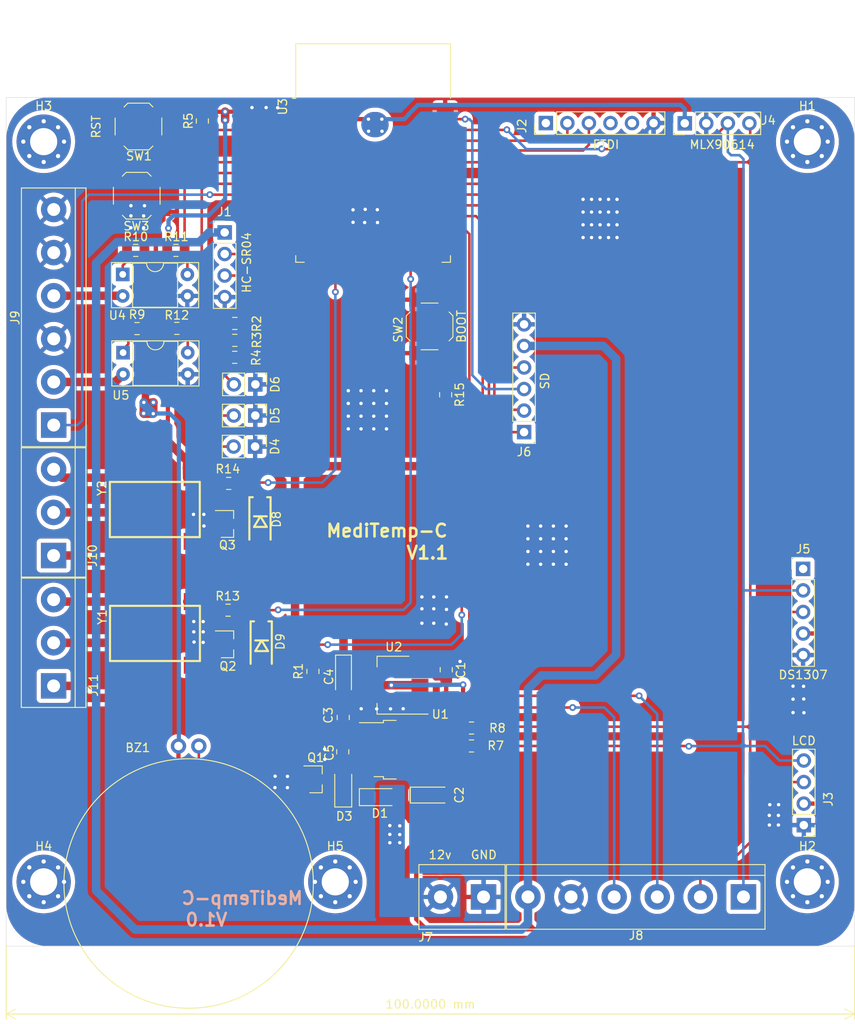
<source format=kicad_pcb>
(kicad_pcb (version 20221018) (generator pcbnew)
  (layers (0 "F.Cu" signal) (31 "B.Cu" signal) (34 "B.Paste" user) (35 "F.Paste" user) (36 "B.SilkS" user "B.Silkscreen") (37 "F.SilkS" user "F.Silkscreen") (38 "B.Mask" user) (39 "F.Mask" user) (44 "Edge.Cuts" user))
  (net 0 "")
  (net 1 "Net-(BZ1-Pad2)")
  (net 2 "+12V")
  (net 3 "GND")
  (net 4 "+5V")
  (net 5 "+3V3")
  (net 6 "/PS")
  (net 7 "/TX")
  (net 8 "Net-(D4-Pad2)")
  (net 9 "Net-(D5-Pad2)")
  (net 10 "Net-(D6-Pad2)")
  (net 11 "Net-(D8-Pad2)")
  (net 12 "Net-(D9-Pad2)")
  (net 13 "/Echo")
  (net 14 "/Trig")
  (net 15 "Net-(J2-Pad5)")
  (net 16 "/RX")
  (net 17 "Net-(J2-Pad1)")
  (net 18 "/SCL")
  (net 19 "/SDA")
  (net 20 "Net-(J5-Pad1)")
  (net 21 "/MISO")
  (net 22 "/MOSI")
  (net 23 "/SCK")
  (net 24 "/CS")
  (net 25 "/RX2")
  (net 26 "/TX2")
  (net 27 "/OP2")
  (net 28 "/GPIO")
  (net 29 "/OP1")
  (net 30 "/NO1")
  (net 31 "/COM1")
  (net 32 "/NC1")
  (net 33 "/NO2")
  (net 34 "/COM2")
  (net 35 "/NC2")
  (net 36 "Net-(Q1-Pad1)")
  (net 37 "Net-(Q2-Pad1)")
  (net 38 "Net-(Q3-Pad1)")
  (net 39 "/Buz")
  (net 40 "/L1")
  (net 41 "/L2")
  (net 42 "/L3")
  (net 43 "/EN")
  (net 44 "Net-(R9-Pad1)")
  (net 45 "Net-(R10-Pad1)")
  (net 46 "/D2")
  (net 47 "/D1")
  (net 48 "/Ry2")
  (net 49 "/Ry1")
  (net 50 "/GPIO0")
  (net 51 "/Pb")
  (net 52 "Net-(U3-Pad32)")
  (net 53 "Net-(U3-Pad24)")
  (net 54 "Net-(U3-Pad22)")
  (net 55 "Net-(U3-Pad20)")
  (net 56 "Net-(U3-Pad19)")
  (net 57 "Net-(U3-Pad5)")
  (net 58 "Net-(U3-Pad4)")
  (net 59 "Net-(Y1-Pad4)")
  (net 60 "Net-(Y1-Pad7)")
  (net 61 "Net-(Y2-Pad4)")
  (net 62 "Net-(Y2-Pad7)")
  (net 63 "Net-(U3-Pad21)")
  (net 64 "Net-(U3-Pad18)")
  (net 65 "Net-(U3-Pad17)")
  (net 66 "Net-(J2-Pad4)")
  (footprint "agroin:F4007" (layer "F.Cu") (at 125.462 82.851 -90)
    (fp_text reference "D8")
    (fp_text value "FM4007W-W")
  )
  (footprint "agroin:F4007" (layer "F.Cu") (at 125.609 97.48 -90)
    (fp_text reference "D9")
    (fp_text value "FM4007W-W")
  )
  (footprint "Package_TO_SOT_SMD:SOT-23" (layer "F.Cu") (at 121.557 99.188)
    (fp_text reference "Q2")
    (fp_text value "MMBT2222A")
  )
  (footprint "Package_TO_SOT_SMD:SOT-23" (layer "F.Cu") (at 121.549 85.003)
    (fp_text reference "Q3")
    (fp_text value "MMBT2222A")
  )
  (footprint "Resistor_SMD:R_0805_2012Metric_Pad1.15x1.40mm_HandSolder" (layer "F.Cu") (at 121.725 80.228)
    (fp_text reference "R14")
    (fp_text value "1k")
  )
  (footprint "Button_Switch_SMD:SW_SPST_TL3342" (layer "F.Cu") (at 145.406 61.724 90)
    (fp_text reference "SW2")
    (fp_text value "BOOT")
  )
  (footprint "agroin:UD2-3NU" (layer "F.Cu") (at 118.335 94.652 -90)
    (fp_text reference "Y1")
    (fp_text value "UD2-3NU")
  )
  (footprint "agroin:UD2-3NU" (layer "F.Cu") (at 118.318 80.05 -90)
    (fp_text reference "Y2")
    (fp_text value "UD2-3NU")
  )
  (footprint "Connector_PinHeader_2.54mm:PinHeader_1x05_P2.54mm_Vertical" (layer "F.Cu") (at 189.442 90.292)
    (fp_text reference "J5")
    (fp_text value "DS1307")
  )
  (footprint "MountingHole:MountingHole_3.2mm_M3_Pad_Via" (layer "F.Cu") (at 189.94 39.95)
    (fp_text reference "H1")
    (fp_text value "MountingHole")
  )
  (footprint "MountingHole:MountingHole_3.2mm_M3_Pad_Via" (layer "F.Cu") (at 189.94 127.176)
    (fp_text reference "H2")
    (fp_text value "MountingHole")
  )
  (footprint "Connector_PinHeader_2.54mm:PinHeader_1x04_P2.54mm_Vertical" (layer "F.Cu") (at 189.518 120.499 180)
    (fp_text reference "J3")
    (fp_text value "LCD")
  )
  (footprint "TerminalBlock:TerminalBlock_bornier-6_P5.08mm" (layer "F.Cu") (at 101.1 73.35 90)
    (fp_text reference "J9")
    (fp_text value "Screw_Terminal_01x11")
  )
  (footprint "MountingHole:MountingHole_3.2mm_M3_Pad_Via" (layer "F.Cu") (at 99.916 39.95)
    (fp_text reference "H3")
    (fp_text value "MountingHole")
  )
  (footprint "Package_DIP:DIP-4_W7.62mm_Socket" (layer "F.Cu") (at 109.277 64.814)
    (fp_text reference "U5")
    (fp_text value "LTV-817")
  )
  (footprint "Resistor_SMD:R_0805_2012Metric_Pad1.15x1.40mm_HandSolder" (layer "F.Cu") (at 110.921 61.98)
    (fp_text reference "R9")
    (fp_text value "2.2k")
  )
  (footprint "Button_Switch_SMD:SW_SPST_TL3342" (layer "F.Cu") (at 110.887 46.323 180)
    (fp_text reference "SW3")
    (fp_text value "Extra")
  )
  (footprint "Button_Switch_SMD:SW_SPST_TL3342" (layer "F.Cu") (at 111.09 38.165)
    (fp_text reference "SW1")
    (fp_text value "RST")
  )
  (footprint "Package_DIP:DIP-4_W7.62mm_Socket" (layer "F.Cu") (at 109.236 55.596)
    (fp_text reference "U4")
    (fp_text value "LTV-817")
  )
  (footprint "Resistor_SMD:R_0805_2012Metric_Pad1.15x1.40mm_HandSolder" (layer "F.Cu") (at 115.504 52.765 180)
    (fp_text reference "R11")
    (fp_text value "10K")
  )
  (footprint "Resistor_SMD:R_0805_2012Metric_Pad1.15x1.40mm_HandSolder" (layer "F.Cu") (at 110.77 52.765)
    (fp_text reference "R10")
    (fp_text value "2.2k")
  )
  (footprint "Resistor_SMD:R_0805_2012Metric_Pad1.15x1.40mm_HandSolder" (layer "F.Cu") (at 115.612 61.959 180)
    (fp_text reference "R12")
    (fp_text value "10K")
  )
  (footprint "Resistor_SMD:R_0805_2012Metric_Pad1.15x1.40mm_HandSolder" (layer "F.Cu") (at 122.448 61.372 180)
    (fp_text reference "R2")
    (fp_text value "330")
  )
  (footprint "Resistor_SMD:R_0805_2012Metric_Pad1.15x1.40mm_HandSolder" (layer "F.Cu") (at 122.443 63.366 180)
    (fp_text reference "R3")
    (fp_text value "330")
  )
  (footprint "Resistor_SMD:R_0805_2012Metric_Pad1.15x1.40mm_HandSolder" (layer "F.Cu") (at 122.436 65.365 180)
    (fp_text reference "R4")
    (fp_text value "330")
  )
  (footprint "Diode_SMD:D_SOD-123F" (layer "F.Cu") (at 135.229 116.156 90)
    (fp_text reference "D3")
    (fp_text value "SS24FL")
  )
  (footprint "TerminalBlock:TerminalBlock_bornier-2_P5.08mm" (layer "F.Cu") (at 151.767 128.957 180)
    (fp_text reference "J7")
    (fp_text value "Screw_Terminal_01x02")
  )
  (footprint "Connector_PinHeader_2.54mm:PinHeader_1x02_P2.54mm_Vertical" (layer "F.Cu") (at 124.861 72.225 -90)
    (fp_text reference "D5")
    (fp_text value "LED")
  )
  (footprint "Connector_PinHeader_2.54mm:PinHeader_1x02_P2.54mm_Vertical" (layer "F.Cu") (at 124.872 68.555 -90)
    (fp_text reference "D6")
    (fp_text value "LED")
  )
  (footprint "Connector_PinHeader_2.54mm:PinHeader_1x02_P2.54mm_Vertical" (layer "F.Cu") (at 124.842 75.881 -90)
    (fp_text reference "D4")
    (fp_text value "LED")
  )
  (footprint "Resistor_SMD:R_0805_2012Metric_Pad1.15x1.40mm_HandSolder" (layer "F.Cu") (at 118.621 37.513 90)
    (fp_text reference "R5")
    (fp_text value "10K")
  )
  (footprint "TerminalBlock:TerminalBlock_bornier-3_P5.08mm" (layer "F.Cu") (at 101.087 88.723 90)
    (fp_text reference "J10")
    (fp_text value "Screw_Terminal_01x03")
  )
  (footprint "TerminalBlock:TerminalBlock_bornier-3_P5.08mm" (layer "F.Cu") (at 101.087 104.084 90)
    (fp_text reference "J11")
    (fp_text value "Screw_Terminal_01x03")
  )
  (footprint "Capacitor_SMD:C_0805_2012Metric_Pad1.15x1.40mm_HandSolder" (layer "F.Cu") (at 135.227 107.806 90)
    (fp_text reference "C3")
    (fp_text value "0.1uf")
  )
  (footprint "RF_Module:ESP32-WROOM-32" (layer "F.Cu") (at 138.748 44.284)
    (fp_text reference "U3")
    (fp_text value "ESP32-WROOM-32")
  )
  (footprint "agroin:Buzzer" (layer "F.Cu") (at 117.005 127.372)
    (fp_text reference "BZ1")
    (fp_text value "Buzzer")
  )
  (footprint "Connector_PinHeader_2.54mm:PinHeader_1x06_P2.54mm_Vertical" (layer "F.Cu") (at 156.544 74.184 180)
    (fp_text reference "J6")
    (fp_text value "SD")
  )
  (footprint "Capacitor_SMD:C_0805_2012Metric_Pad1.15x1.40mm_HandSolder" (layer "F.Cu") (at 135.173 111.851 -90)
    (fp_text reference "C5")
    (fp_text value "0.1uF")
  )
  (footprint "Capacitor_SMD:C_0805_2012Metric_Pad1.15x1.40mm_HandSolder" (layer "F.Cu") (at 147.368 102.182 90)
    (fp_text reference "C1")
    (fp_text value "0.1uf")
  )
  (footprint "Capacitor_Tantalum_SMD:CP_EIA-3216-18_Kemet-A_Pad1.58x1.35mm_HandSolder" (layer "F.Cu") (at 135.259 102.941 -90)
    (fp_text reference "C4")
    (fp_text value "100uf")
  )
  (footprint "Diode_SMD:D_SOD-123F" (layer "F.Cu") (at 139.33 117.195)
    (fp_text reference "D1")
    (fp_text value "SS24FL")
  )
  (footprint "Capacitor_Tantalum_SMD:CP_EIA-3216-18_Kemet-A_Pad1.58x1.35mm_HandSolder" (layer "F.Cu") (at 145.6205 116.951)
    (fp_text reference "C2")
    (fp_text value "100uf")
  )
  (footprint "Package_TO_SOT_SMD:SOT-23" (layer "F.Cu") (at 131.991 115.097)
    (fp_text reference "Q1")
    (fp_text value "MMBT2222A")
  )
  (footprint "Package_TO_SOT_SMD:SOT-223" (layer "F.Cu") (at 141.122 104.001 180)
    (fp_text reference "U2")
    (fp_text value "AP2114H-3.3TRG1")
  )
  (footprint "Package_TO_SOT_SMD:TO-252-2" (layer "F.Cu") (at 142.434 111.601)
    (fp_text reference "U1")
    (fp_text value "AZ1084CD-5.0TRG1")
  )
  (footprint "Resistor_SMD:R_0805_2012Metric_Pad1.15x1.40mm_HandSolder" (layer "F.Cu") (at 131.653 102.375 90)
    (fp_text reference "R1")
    (fp_text value "1k")
  )
  (footprint "TerminalBlock:TerminalBlock_bornier-6_P5.08mm" (layer "F.Cu") (at 182.405 128.952 180)
    (fp_text reference "J8")
    (fp_text value "Screw_Terminal_01x11")
  )
  (footprint "Resistor_SMD:R_0805_2012Metric_Pad1.15x1.40mm_HandSolder" (layer "F.Cu") (at 121.655 95.165)
    (fp_text reference "R13")
    (fp_text value "1k")
  )
  (footprint "Resistor_SMD:R_0805_2012Metric_Pad1.15x1.40mm_HandSolder" (layer "F.Cu") (at 150.344 111.166)
    (fp_text reference "R7")
    (fp_text value "3.3k")
  )
  (footprint "Resistor_SMD:R_0805_2012Metric_Pad1.15x1.40mm_HandSolder" (layer "F.Cu") (at 150.351 109.053)
    (fp_text reference "R8")
    (fp_text value "3.3k")
  )
  (footprint "MountingHole:MountingHole_3.2mm_M3_Pad_Via" (layer "F.Cu") (at 99.916 127.176)
    (fp_text reference "H4")
    (fp_text value "MountingHole")
  )
  (footprint "MountingHole:MountingHole_3.2mm_M3_Pad_Via" (layer "F.Cu") (at 134.29 127.176)
    (fp_text reference "H5")
    (fp_text value "MountingHole")
  )
  (footprint "Connector_PinHeader_2.54mm:PinHeader_1x04_P2.54mm_Vertical" (layer "F.Cu") (at 175.485 37.787 90)
    (fp_text reference "J4")
    (fp_text value "MLX90614")
  )
  (footprint "Connector_PinHeader_2.54mm:PinHeader_1x06_P2.54mm_Vertical" (layer "F.Cu") (at 159.108 37.767 90)
    (fp_text reference "J2")
    (fp_text value "FTDI")
  )
  (footprint "Resistor_SMD:R_0805_2012Metric_Pad1.15x1.40mm_HandSolder" (layer "F.Cu") (at 147.3 69.775 -90)
    (fp_text reference "R15")
    (fp_text value "10K")
  )
  (footprint "Connector_PinHeader_2.54mm:PinHeader_1x04_P2.54mm_Vertical" (layer "F.Cu") (at 121.25 50.65)
    (fp_text reference "J1")
    (fp_text value "HC-SR04")
  )
  (gr_line (start 195.5 34.75) (end 95.5 34.75) (stroke (width 0.05)) (layer "Edge.Cuts"))
  (gr_line (start 195.5 134.75) (end 195.5 34.75) (stroke (width 0.05)) (layer "Edge.Cuts"))
  (gr_line (start 95.5 134.75) (end 195.5 134.75) (stroke (width 0.05)) (layer "Edge.Cuts"))
  (gr_line (start 95.5 34.75) (end 95.5 134.75) (stroke (width 0.05)) (layer "Edge.Cuts"))
  (gr_text "MediTemp-C \n" (at 122.75 129.1) (layer "B.SilkS") (effects (font (size 1.5 1.5) (thickness 0.3)) (justify mirror)))
  (gr_text "V1.0" (at 119.1 131.65) (layer "B.SilkS") (effects (font (size 1.5 1.5) (thickness 0.3)) (justify mirror)))
  (gr_text "GND" (at 151.8 124) (layer "F.SilkS") (effects (font (size 1 1))))
  (gr_text "V1.1" (at 145.15 88.4) (layer "F.SilkS") (effects (font (size 1.5 1.5) (thickness 0.3))))
  (gr_text "MediTemp-C \n" (at 140.95 85.8) (layer "F.SilkS") (effects (font (size 1.5 1.5) (thickness 0.3))))
  (gr_text "12v" (at 146.65 124) (layer "F.SilkS") (effects (font (size 1 1))))
  (dimension (type aligned) (layer "F.SilkS") (pts (xy 195.5 134.75) (xy 95.5 134.75)) (height -8) (gr_text "100.0000 mm" (at 145.5 141.6) (layer "F.SilkS") (effects (font (size 1 1) (thickness 0.15)))) (format (prefix "") (suffix "") (units 2) (units_format 1) (precision 4)) (style (thickness 0.12) (arrow_length 1.27) (text_position_mode 0) (extension_height 0.58642) (extension_offset 0) keep_text_aligned))
  (segment (start 132.194 117.662) (end 132.991 116.865) (width 0.3) (layer "F.Cu") (net 1))
  (segment (start 132.991 116.865) (end 132.991 115.097) (width 0.3) (layer "F.Cu") (net 1))
  (segment (start 119.952 117.662) (end 118.582 117.662) (width 0.3) (layer "F.Cu") (net 1))
  (segment (start 118.205 117.285) (end 118.205 111.172) (width 0.3) (layer "F.Cu") (net 1))
  (segment (start 132.992 115.098) (end 132.991 115.097) (width 0.3) (layer "F.Cu") (net 1))
  (segment (start 118.582 117.662) (end 118.205 117.285) (width 0.3) (layer "F.Cu") (net 1))
  (segment (start 135.229 114.756) (end 134.887 115.098) (width 0.3) (layer "F.Cu") (net 1))
  (segment (start 119.952 117.662) (end 132.194 117.662) (width 0.3) (layer "F.Cu") (net 1))
  (segment (start 117.806 111.138) (end 118.234 111.566) (width 0.3) (layer "F.Cu") (net 1))
  (segment (start 134.887 115.098) (end 132.992 115.098) (width 0.3) (layer "F.Cu") (net 1))
  (segment (start 137.947 114.168) (end 137.947 117.178) (width 0.5) (layer "F.Cu") (net 2))
  (segment (start 134.929 119.171) (end 117.014 119.171) (width 0.5) (layer "F.Cu") (net 2))
  (segment (start 135.229 117.556) (end 135.415 117.37) (width 0.5) (layer "F.Cu") (net 2))
  (segment (start 112.848 71.992) (end 112.834 72.006) (width 0.5) (layer "F.Cu") (net 2))
  (segment (start 115.804 117.961) (end 115.805 117.96) (width 0.5) (layer "F.Cu") (net 2))
  (segment (start 111.721 70.679) (end 112.120999 71.078999) (width 0.5) (layer "F.Cu") (net 2))
  (segment (start 112.1 62.834) (end 112.1 70.6) (width 0.5) (layer "F.Cu") (net 2))
  (segment (start 135.229 117.556) (end 135.229 118.871) (width 0.5) (layer "F.Cu") (net 2))
  (segment (start 112.168 71.637) (end 112.848 70.679) (width 0.5) (layer "F.Cu") (net 2))
  (segment (start 112.1 70.6) (end 112.25 70.75) (width 0.5) (layer "F.Cu") (net 2))
  (segment (start 111.721 62.205) (end 111.946 61.98) (width 0.5) (layer "F.Cu") (net 2))
  (segment (start 111.946 61.98) (end 111.946 52.916) (width 0.5) (layer "F.Cu") (net 2))
  (segment (start 111.721 70.679) (end 111.721 71.244685) (width 0.5) (layer "F.Cu") (net 2))
  (segment (start 137.947 117.178) (end 137.93 117.195) (width 0.5) (layer "F.Cu") (net 2))
  (segment (start 111.721 71.244685) (end 112.113315 71.637) (width 0.5) (layer "F.Cu") (net 2))
  (segment (start 111.721 70.679) (end 111.721 62.205) (width 0.5) (layer "F.Cu") (net 2))
  (segment (start 135.229 118.871) (end 134.929 119.171) (width 0.5) (layer "F.Cu") (net 2))
  (segment (start 111.721 71.955) (end 111.702 71.974) (width 1) (layer "F.Cu") (net 2))
  (segment (start 111.702 71.974) (end 111.702 71.825) (width 0.5) (layer "F.Cu") (net 2))
  (segment (start 117.014 119.171) (end 115.804 117.961) (width 0.5) (layer "F.Cu") (net 2))
  (segment (start 112.834 72.006) (end 112.834 70.693) (width 1) (layer "F.Cu") (net 2))
  (segment (start 111.946 52.916) (end 111.795 52.765) (width 0.5) (layer "F.Cu") (net 2))
  (segment (start 111.946 61.98) (end 111.946 62.68) (width 0.5) (layer "F.Cu") (net 2))
  (segment (start 112.289999 71.078999) (end 112.663 71.452) (width 0.5) (layer "F.Cu") (net 2))
  (segment (start 115.805 117.96) (end 115.805 111.172) (width 0.5) (layer "F.Cu") (net 2))
  (segment (start 112.848 70.679) (end 112.663 71.452) (width 0.5) (layer "F.Cu") (net 2))
  (segment (start 135.415 117.37) (end 137.755 117.37) (width 0.5) (layer "F.Cu") (net 2))
  (segment (start 112.663 71.452) (end 112.848 71.992) (width 0.5) (layer "F.Cu") (net 2))
  (segment (start 112.113315 71.637) (end 112.168 71.637) (width 0.5) (layer "F.Cu") (net 2))
  (segment (start 111.734 72.006) (end 111.702 71.974) (width 1) (layer "F.Cu") (net 2))
  (segment (start 138.234 113.881) (end 137.947 114.168) (width 0.5) (layer "F.Cu") (net 2))
  (segment (start 111.702 71.825) (end 112.168 71.637) (width 0.5) (layer "F.Cu") (net 2))
  (segment (start 112.25 70.75) (end 112.848 70.679) (width 1) (layer "F.Cu") (net 2))
  (segment (start 112.834 70.693) (end 112.848 70.679) (width 1) (layer "F.Cu") (net 2))
  (segment (start 111.721 70.679) (end 111.721 71.955) (width 1) (layer "F.Cu") (net 2))
  (segment (start 111.946 62.68) (end 112.1 62.834) (width 0.5) (layer "F.Cu") (net 2))
  (segment (start 112.834 72.006) (end 111.734 72.006) (width 1) (layer "F.Cu") (net 2))
  (segment (start 111.721 70.679) (end 112.25 70.75) (width 1) (layer "F.Cu") (net 2))
  (segment (start 112.120999 71.078999) (end 112.289999 71.078999) (width 0.5) (layer "F.Cu") (net 2))
  (segment (start 112.848 70.679) (end 112.848 71.992) (width 0.5) (layer "F.Cu") (net 2))
  (segment (start 137.755 117.37) (end 137.93 117.195) (width 0.5) (layer "F.Cu") (net 2))
  (via (at 111.702 71.974) (size 0.8) (drill 0.4) (layers "F.Cu" "B.Cu") (net 2))
  (via (at 112.834 72.006) (size 0.8) (drill 0.4) (layers "F.Cu" "B.Cu") (net 2))
  (via (at 112.848 70.679) (size 0.8) (drill 0.4) (layers "F.Cu" "B.Cu") (net 2))
  (via (at 111.721 70.679) (size 0.8) (drill 0.4) (layers "F.Cu" "B.Cu") (net 2))
  (segment (start 115.851 110.693) (end 115.851 73.051) (width 0.5) (layer "B.Cu") (net 2))
  (segment (start 111.721 70.893) (end 112.834 72.006) (width 1) (layer "B.Cu") (net 2))
  (segment (start 111.721 70.679) (end 111.721 70.893) (width 1) (layer "B.Cu") (net 2))
  (segment (start 115.406 111.138) (end 115.851 110.693) (width 0.5) (layer "B.Cu") (net 2))
  (segment (start 114.784 71.984) (end 111.712 71.984) (width 0.5) (layer "B.Cu") (net 2))
  (segment (start 111.712 71.984) (end 111.702 71.974) (width 0.5) (layer "B.Cu") (net 2))
  (segment (start 115.851 73.051) (end 114.784 71.984) (width 0.5) (layer "B.Cu") (net 2))
  (segment (start 138.825 70.8) (end 137.325 70.8) (width 0.5) (layer "F.Cu") (net 3))
  (segment (start 140.325 72.3) (end 140.325 70.8) (width 0.5) (layer "F.Cu") (net 3))
  (segment (start 135.825 73.8) (end 140.325 73.8) (width 0.5) (layer "F.Cu") (net 3))
  (segment (start 138.825 73.8) (end 137.325 73.8) (width 0.5) (layer "F.Cu") (net 3))
  (segment (start 135.825 70.8) (end 135.825 72.3) (width 0.5) (layer "F.Cu") (net 3))
  (segment (start 137.325 72.3) (end 138.825 72.3) (width 0.5) (layer "F.Cu") (net 3))
  (segment (start 137.325 69.3) (end 138.825 69.3) (width 0.5) (layer "F.Cu") (net 3))
  (segment (start 135.918 69.207) (end 135.825 69.3) (width 0.5) (layer "F.Cu") (net 3))
  (segment (start 137.754 49.483) (end 136.412 49.483) (width 0.5) (layer "F.Cu") (net 3))
  (segment (start 185.461 119.355) (end 185.451 119.345) (width 0.5) (layer "F.Cu") (net 3))
  (segment (start 136.412 49.483) (end 136.385 49.456) (width 0.5) (layer "F.Cu") (net 3))
  (segment (start 135.227 104.4105) (end 135.259 104.3785) (width 0.5) (layer "F.Cu") (net 3))
  (segment (start 140.804 106.794) (end 142.279 106.794) (width 1) (layer "F.Cu") (net 3))
  (segment (start 120.557 100.138) (end 119.896 100.138) (width 0.5) (layer "F.Cu") (net 3))
  (segment (start 117.609 96.506) (end 117.609 96.608) (width 0.5) (layer "F.Cu") (net 3))
  (segment (start 126.139 35.936) (end 124.47 35.936) (width 0.5) (layer "F.Cu") (net 3))
  (segment (start 117.609 96.608) (end 118.72 97.719) (width 0.5) (layer "F.Cu") (net 3))
  (segment (start 186.543 120.499) (end 186.526 120.482) (width 0.5) (layer "F.Cu") (net 3))
  (segment (start 117.577 83.876) (end 117.577 84.011) (width 1) (layer "F.Cu") (net 3))
  (segment (start 128.651 114.847) (end 128.668 114.83) (width 0.5) (layer "F.Cu") (net 3))
  (segment (start 118.72 97.719) (end 118.72 96.506) (width 0.5) (layer "F.Cu") (net 3))
  (segment (start 111.7 48.7) (end 111.7 50.1) (width 1) (layer "F.Cu") (net 3))
  (segment (start 147.4 95.075) (end 147.4 93.6) (width 0.3) (layer "F.Cu") (net 3))
  (segment (start 110.2 50.1) (end 110.2 48.7) (width 1) (layer "F.Cu") (net 3))
  (segment (start 147.368 101.157) (end 148.957 101.157) (width 0.3) (layer "F.Cu") (net 3))
  (segment (start 189.518 120.499) (end 186.543 120.499) (width 0.5) (layer "F.Cu") (net 3))
  (segment (start 161.5 86.75) (end 160 86.75) (width 0.5) (layer "F.Cu") (net 3))
  (segment (start 118.715 98.957) (end 118.715 96.511) (width 1) (layer "F.Cu") (net 3))
  (segment (start 139.173 106.794) (end 140.804 106.794) (width 1) (layer "F.Cu") (net 3))
  (segment (start 145.9 96.7) (end 144.5 96.7) (width 0.3) (layer "F.Cu") (net 3))
  (segment (start 167.5 49.75) (end 167.5 51.25) (width 0.5) (layer "F.Cu") (net 3))
  (segment (start 128.651 114.75) (end 128.654 114.747) (width 0.5) (layer "F.Cu") (net 3))
  (segment (start 133.189 112.876) (end 133.054 112.741) (width 0.5) (layer "F.Cu") (net 3))
  (segment (start 189.513 105.629) (end 189.513 107.229) (width 0.5) (layer "F.Cu") (net 3))
  (segment (start 137.748 47.859) (end 137.818 47.929) (width 0.5) (layer "F.Cu") (net 3))
  (segment (start 165.5 48.25) (end 168 48.25) (width 0.5) (layer "F.Cu") (net 3))
  (segment (start 166.5 46.75) (end 167.5 46.75) (width 0.5) (layer "F.Cu") (net 3))
  (segment (start 117.609 97.719) (end 117.609 97.851) (width 0.5) (layer "F.Cu") (net 3))
  (segment (start 186.526 119.345) (end 186.526 118.105) (width 0.5) (layer "F.Cu") (net 3))
  (segment (start 135.227 106.781) (end 137.345 106.781) (width 1) (layer "F.Cu") (net 3))
  (segment (start 117.609 97.719) (end 117.609 98.889) (width 0.5) (layer "F.Cu") (net 3))
  (segment (start 142.772 106.301) (end 144.272 106.301) (width 0.5) (layer "F.Cu") (net 3))
  (segment (start 139.244 49.461) (end 139.266 49.483) (width 0.5) (layer "F.Cu") (net 3))
  (segment (start 117.609 98.889) (end 117.638 98.918) (width 1) (layer "F.Cu") (net 3))
  (segment (start 117.609 96.506) (end 117.609 97.719) (width 0.5) (layer "F.Cu") (net 3))
  (segment (start 138.234 109.321) (end 138.234 106.922) (width 0.5) (layer "F.Cu") (net 3))
  (segment (start 118.715 97.724) (end 118.72 97.719) (width 0.5) (layer "F.Cu") (net 3))
  (segment (start 185.461 120.482) (end 185.461 119.355) (width 0.5) (layer "F.Cu") (net 3))
  (segment (start 118.1585 97.0555) (end 117.609 96.506) (width 1) (layer "F.Cu") (net 3))
  (segment (start 118.72 96.608) (end 118.1585 97.1695) (width 0.5) (layer "F.Cu") (net 3))
  (segment (start 118.72 96.506) (end 118.72 96.608) (width 0.5) (layer "F.Cu") (net 3))
  (segment (start 147.368 101.157) (end 147.368 96.807) (width 0.3) (layer "F.Cu") (net 3))
  (segment (start 165.5 51.25) (end 163.5 51.25) (width 0.5) (layer "F.Cu") (net 3))
  (segment (start 189.442 104.085) (end 189.492 104.135) (width 0.5) (layer "F.Cu") (net 3))
  (segment (start 127.178 116.072) (end 127.178 114.742) (width 0.5) (layer "F.Cu") (net 3))
  (segment (start 117.609 97.719) (end 118.72 97.719) (width 0.5) (layer "F.Cu") (net 3))
  (segment (start 133.054 111.544) (end 133.037 111.527) (width 1) (layer "F.Cu") (net 3))
  (segment (start 119.519 85.953) (end 118.807 85.241) (width 1) (layer "F.Cu") (net 3))
  (segment (start 163.5 48.25) (end 163.5 46.75) (width 0.5) (layer "F.Cu") (net 3))
  (segment (start 119.896 100.138) (end 118.715 98.957) (width 0.5) (layer "F.Cu") (net 3))
  (segment (start 145.9 93.6) (end 144.5 93.6) (width 0.3) (layer "F.Cu") (net 3))
  (segment (start 117.609 96.506) (end 117.609 98.889) (width 1) (layer "F.Cu") (net 3))
  (segment (start 142.292 106.781) (end 142.772 106.301) (width 0.5) (layer "F.Cu") (net 3))
  (segment (start 135.259 106.749) (end 135.227 106.781) (width 1) (layer "F.Cu") (net 3))
  (segment (start 118.795 83.876) (end 118.795 85.229) (width 1) (layer "F.Cu") (net 3))
  (segment (start 118.1585 97.1695) (end 117.609 97.719) (width 0.5) (layer "F.Cu") (net 3))
  (segment (start 118.676 98.918) (end 118.715 98.957) (width 1) (layer "F.Cu") (net 3))
  (segment (start 135.173 112.876) (end 133.189 112.876) (width 0.5) (layer "F.Cu") (net 3))
  (segment (start 138.234 106.922) (end 138.204 106.892) (width 0.5) (layer "F.Cu") (net 3))
  (segment (start 117.577 84.011) (end 118.807 85.241) (width 1) (layer "F.Cu") (net 3))
  (segment (start 118.72 96.506) (end 117.609 96.506) (width 1) (layer "F.Cu") (net 3))
  (segment (start 160 85.25) (end 161.5 85.25) (width 0.5) (layer "F.Cu") (net 3))
  (segment (start 160 88.25) (end 161.5 88.25) (width 0.5) (layer "F.Cu") (net 3))
  (segment (start 189.513 107.229) (end 189.534 107.25) (width 0.5) (layer "F.Cu") (net 3))
  (segment (start 117.638 98.918) (end 117.638 98.801) (width 0.5) (layer "F.Cu") (net 3))
  (segment (start 163.5 49.75) (end 165.5 49.75) (width 0.5) (layer "F.Cu") (net 3))
  (segment (start 130.248 36.029) (end 127.578 36.029) (width 0.5) (layer "F.Cu") (net 3))
  (segment (start 158.5 89.75) (end 157 89.75) (width 0.5) (layer "F.Cu") (net 3))
  (segment (start 186.526 118.462) (end 186.506 118.442) (width 0.5) (layer "F.Cu") (net 3))
  (segment (start 118.715 96.511) (end 118.72 96.506) (width 1) (layer "F.Cu") (net 3))
  (segment (start 186.526 119.345) (end 186.526 118.462) (width 0.5) (layer "F.Cu") (net 3))
  (segment (start 130.991 116.047) (end 128.676 116.047) (width 0.5) (layer "F.Cu") (net 3))
  (segment (start 188.25 107.229) (end 188.25 105.65) (width 0.5) (layer "F.Cu") (net 3))
  (segment (start 118.795 83.876) (end 117.577 83.876) (width 1) (layer "F.Cu") (net 3))
  (segment (start 117.638 98.801) (end 118.72 97.719) (width 0.5) (layer "F.Cu") (net 3))
  (segment (start 142.279 106.794) (end 142.292 106.781) (width 1) (layer "F.Cu") (net 3))
  (segment (start 118.795 85.229) (end 118.807 85.241) (width 1) (layer "F.Cu") (net 3))
  (segment (start 127.178 114.742) (end 127.196 114.724) (width 0.5) (layer "F.Cu") (net 3))
  (segment (start 186.526 118.105) (end 186.548 118.083) (width 0.5) (layer "F.Cu") (net 3))
  (segment (start 137.748 43.529) (end 137.748 47.859) (width 0.5) (layer "F.Cu") (net 3))
  (segment (start 135.227 106.781) (end 135.227 104.4105) (width 0.5) (layer "F.Cu") (net 3))
  (segment (start 128.676 116.047) (end 128.651 116.072) (width 0.5) (layer "F.Cu") (net 3))
  (segment (start 161.5 89.75) (end 160 89.75) (width 0.5) (layer "F.Cu") (net 3))
  (segment (start 139.16 106.781) (end 139.173 106.794) (width 1) (layer "F.Cu") (net 3))
  (segment (start 144.5 95) (end 145.9 95) (width 0.3) (layer "F.Cu") (net 3))
  (segment (start 128.654 114.747) (end 128.651 114.847) (width 0.5) (layer "F.Cu") (net 3))
  (segment (start 147.368 96.807) (end 147.375 96.8) (width 0.3) (layer "F.Cu") (net 3))
  (segment (start 109.923 48.223) (end 110 48.3) (width 1) (layer "F.Cu") (net 3))
  (segment (start 110.2 48.7) (end 110.2 47.5) (width 1) (layer "F.Cu") (net 3))
  (segment (start 139.244 47.972) (end 139.244 49.461) (width 0.5) (layer "F.Cu") (net 3))
  (segment (start 133.054 112.741) (end 133.054 111.544) (width 1) (layer "F.Cu") (net 3))
  (segment (start 120.549 85.953) (end 119.519 85.953) (width 1) (layer "F.Cu") (net 3))
  (segment (start 118.1585 97.1695) (end 118.1585 97.0555) (width 1) (layer "F.Cu") (net 3))
  (segment (start 118.715 98.957) (end 118.715 97.724) (width 0.5) (layer "F.Cu") (net 3))
  (segment (start 157 88.25) (end 158.5 88.25) (width 0.5) (layer "F.Cu") (net 3))
  (segment (start 107.737 48.223) (end 109.923 48.223) (width 1) (layer "F.Cu") (net 3))
  (segment (start 137.345 106.781) (end 139.16 106.781) (width 1) (layer "F.Cu") (net 3))
  (segment (start 148.957 101.157) (end 149 101.2) (width 0.3) (layer "F.Cu") (net 3))
  (segment (start 157 85.25) (end 158.5 85.25) (width 0.5) (layer "F.Cu") (net 3))
  (segment (start 158.5 86.75) (end 157 86.75) (width 0.5) (layer "F.Cu") (net 3))
  (segment (start 117.609 97.851) (end 118.715 98.957) (width 0.5) (layer "F.Cu") (net 3))
  (segment (start 128.651 116.072) (end 127.178 116.072) (width 0.5) (layer "F.Cu") (net 3))
  (segment (start 163.5 48.25) (end 165.5 48.25) (width 0.5) (layer "F.Cu") (net 3))
  (segment (start 128.651 116.072) (end 128.651 114.75) (width 0.5) (layer "F.Cu") (net 3))
  (segment (start 189.442 100.452) (end 189.442 104.085) (width 0.5) (layer "F.Cu") (net 3))
  (segment (start 117.638 98.918) (end 118.676 98.918) (width 1) (layer "F.Cu") (net 3))
  (segment (start 164.5 46.75) (end 165.5 46.75) (width 0.5) (layer "F.Cu") (net 3))
  (segment (start 127.578 36.029) (end 127.503 35.954) (width 0.5) (layer "F.Cu") (net 3))
  (via (at 138.825 69.3) (size 0.8) (drill 0.4) (layers "F.Cu" "B.Cu") (net 3))
  (via (at 137.325 72.3) (size 0.8) (drill 0.4) (layers "F.Cu" "B.Cu") (net 3))
  (via (at 137.325 69.3) (size 0.8) (drill 0.4) (layers "F.Cu" "B.Cu") (net 3))
  (via (at 137.325 70.8) (size 0.8) (drill 0.4) (layers "F.Cu" "B.Cu") (net 3))
  (via (at 140.325 69.3) (size 0.8) (drill 0.4) (layers "F.Cu" "B.Cu") (net 3))
  (via (at 138.825 70.8) (size 0.8) (drill 0.4) (layers "F.Cu" "B.Cu") (net 3))
  (via (at 140.325 70.8) (size 0.8) (drill 0.4) (layers "F.Cu" "B.Cu") (net 3))
  (via (at 140.325 72.3) (size 0.8) (drill 0.4) (layers "F.Cu" "B.Cu") (net 3))
  (via (at 140.325 73.8) (size 0.8) (drill 0.4) (layers "F.Cu" "B.Cu") (net 3))
  (via (at 137.325 73.8) (size 0.8) (drill 0.4) (layers "F.Cu" "B.Cu") (net 3))
  (via (at 138.825 73.8) (size 0.8) (drill 0.4) (layers "F.Cu" "B.Cu") (net 3))
  (via (at 138.825 72.3) (size 0.8) (drill 0.4) (layers "F.Cu" "B.Cu") (net 3))
  (via (at 118.715 98.957) (size 0.8) (drill 0.4) (layers "F.Cu" "B.Cu") (net 3))
  (via (at 161.5 85.25) (size 0.8) (drill 0.4) (layers "F.Cu" "B.Cu") (net 3))
  (via (at 186.548 118.083) (size 0.8) (drill 0.4) (layers "F.Cu" "B.Cu") (net 3))
  (via (at 164.5 51.25) (size 0.8) (drill 0.4) (layers "F.Cu" "B.Cu") (net 3))
  (via (at 186.526 119.345) (size 0.8) (drill 0.4) (layers "F.Cu" "B.Cu") (net 3))
  (via (at 160 85.25) (size 0.8) (drill 0.4) (layers "F.Cu" "B.Cu") (net 3))
  (via (at 110.2 48.7) (size 0.8) (drill 0.4) (layers "F.Cu" "B.Cu") (net 3))
  (via (at 133.037 111.527) (size 0.8) (drill 0.4) (layers "F.Cu" "B.Cu") (net 3))
  (via (at 149 101.2) (size 0.8) (drill 0.4) (layers "F.Cu" "B.Cu") (net 3))
  (via (at 167.5 48.25) (size 0.8) (drill 0.4) (layers "F.Cu" "B.Cu") (net 3))
  (via (at 167.5 51.25) (size 0.8) (drill 0.4) (layers "F.Cu" "B.Cu") (net 3))
  (via (at 161.5 86.75) (size 0.8) (drill 0.4) (layers "F.Cu" "B.Cu") (net 3))
  (via (at 137.754 49.483) (size 0.8) (drill 0.4) (layers "F.Cu" "B.Cu") (net 3))
  (via (at 163.5 46.75) (size 0.8) (drill 0.4) (layers "F.Cu" "B.Cu") (net 3))
  (via (at 158.5 85.25) (size 0.8) (drill 0.4) (layers "F.Cu" "B.Cu") (net 3))
  (via (at 145.9 96.7) (size 0.8) (drill 0.4) (layers "F.Cu" "B.Cu") (net 3))
  (via (at 158.5 89.75) (size 0.8) (drill 0.4) (layers "F.Cu" "B.Cu") (net 3))
  (via (at 158.5 86.75) (size 0.8) (drill 0.4) (layers "F.Cu" "B.Cu") (net 3))
  (via (at 163.5 49.75) (size 0.8) (drill 0.4) (layers "F.Cu" "B.Cu") (net 3))
  (via (at 189.513 105.629) (size 0.8) (drill 0.4) (layers "F.Cu" "B.Cu") (net 3))
  (via (at 127.196 114.724) (size 0.8) (drill 0.4) (layers "F.Cu" "B.Cu") (net 3))
  (via (at 166.5 51.25) (size 0.8) (drill 0.4) (layers "F.Cu" "B.Cu") (net 3))
  (via (at 160 88.25) (size 0.8) (drill 0.4) (layers "F.Cu" "B.Cu") (net 3))
  (via (at 166.5 48.25) (size 0.8) (drill 0.4) (layers "F.Cu" "B.Cu") (net 3))
  (via (at 139.244 47.972) (size 0.8) (drill 0.4) (layers "F.Cu" "B.Cu") (net 3))
  (via (at 185.451 119.345) (size 0.8) (drill 0.4) (layers "F.Cu" "B.Cu") (net 3))
  (via (at 127.178 116.072) (size 0.8) (drill 0.4) (layers "F.Cu" "B.Cu") (net 3))
  (via (at 128.651 116.072) (size 0.8) (drill 0.4) (layers "F.Cu" "B.Cu") (net 3))
  (via (at 136.382 47.987) (size 0.8) (drill 0.4) (layers "F.Cu" "B.Cu") (net 3))
  (via (at 139.266 49.483) (size 0.8) (drill 0.4) (layers "F.Cu" "B.Cu") (net 3))
  (via (at 160 86.75) (size 0.8) (drill 0.4) (layers "F.Cu" "B.Cu") (net 3))
  (via (at 185.461 120.482) (size 0.8) (drill 0.4) (layers "F.Cu" "B.Cu") (net 3))
  (via (at 135.825 69.3) (size 0.8) (drill 0.4) (layers "F.Cu" "B.Cu") (net 3))
  (via (at 111.8 47.5) (size 0.8) (drill 0.4) (layers "F.Cu" "B.Cu") (net 3))
  (via (at 144.5 96.7) (size 0.8) (drill 0.4) (layers "F.Cu" "B.Cu") (net 3))
  (via (at 158.5 88.25) (size 0.8) (drill 0.4) (layers "F.Cu" "B.Cu") (net 3))
  (via (at 111.7 50.1) (size 0.8) (drill 0.4) (layers "F.Cu" "B.Cu") (net 3))
  (via (at 164.5 48.25) (size 0.8) (drill 0.4) (layers "F.Cu" "B.Cu") (net 3))
  (via (at 145.9 93.6) (size 0.8) (drill 0.4) (layers "F.Cu" "B.Cu") (net 3))
  (via (at 157 86.75) (size 0.8) (drill 0.4) (layers "F.Cu" "B.Cu") (net 3))
  (via (at 163.5 48.25) (size 0.8) (drill 0.4) (layers "F.Cu" "B.Cu") (net 3))
  (via (at 164.5 49.75) (size 0.8) (drill 0.4) (layers "F.Cu" "B.Cu") (net 3))
  (via (at 161.5 88.25) (size 0.8) (drill 0.4) (layers "F.Cu" "B.Cu") (net 3))
  (via (at 147.4 95.075) (size 0.8) (drill 0.4) (layers "F.Cu" "B.Cu") (net 3))
  (via (at 189.492 104.135) (size 0.8) (drill 0.4) (layers "F.Cu" "B.Cu") (net 3))
  (via (at 189.534 107.25) (size 0.8) (drill 0.4) (layers "F.Cu" "B.Cu") (net 3))
  (via (at 167.5 46.75) (size 0.8) (drill 0.4) (layers "F.Cu" "B.Cu") (net 3))
  (via (at 142.292 106.781) (size 0.8) (drill 0.4) (layers "F.Cu" "B.Cu") (net 3))
  (via (at 165.5 49.75) (size 0.8) (drill 0.4) (layers "F.Cu" "B.Cu") (net 3))
  (via (at 165.5 48.25) (size 0.8) (drill 0.4) (layers "F.Cu" "B.Cu") (net 3))
  (via (at 139.173 106.794) (size 0.8) (drill 0.4) (layers "F.Cu" "B.Cu") (net 3))
  (via (at 166.5 46.75) (size 0.8) (drill 0.4) (layers "F.Cu" "B.Cu") (net 3))
  (via (at 136.385 49.456) (size 0.8) (drill 0.4) (layers "F.Cu" "B.Cu") (net 3))
  (via (at 188.25 105.65) (size 0.8) (drill 0.4) (layers "F.Cu" "B.Cu") (net 3))
  (via (at 145.9 95) (size 0.8) (drill 0.4) (layers "F.Cu" "B.Cu") (net 3))
  (via (at 166.5 49.75) (size 0.8) (drill 0.4) (layers "F.Cu" "B.Cu") (net 3))
  (via (at 157 85.25) (size 0.8) (drill 0.4) (layers "F.Cu" "B.Cu") (net 3))
  (via (at 188.25 107.229) (size 0.8) (drill 0.4) (layers "F.Cu" "B.Cu") (net 3))
  (via (at 185.509 118.088) (size 0.8) (drill 0.4) (layers "F.Cu" "B.Cu") (net 3))
  (via (at 165.5 51.25) (size 0.8) (drill 0.4) (layers "F.Cu" "B.Cu") (net 3))
  (via (at 157 88.25) (size 0.8) (drill 0.4) (layers "F.Cu" "B.Cu") (net 3))
  (via (at 137.818 47.929) (size 0.8) (drill 0.4) (layers "F.Cu" "B.Cu") (net 3))
  (via (at 133.054 112.741) (size 0.8) (drill 0.4) (layers "F.Cu" "B.Cu") (net 3))
  (via (at 161.5 89.75) (size 0.8) (drill 0.4) (layers "F.Cu" "B.Cu") (net 3))
  (via (at 147.4 93.6) (size 0.8) (drill 0.4) (layers "F.Cu" "B.Cu") (net 3))
  (via (at 110.2 50.1) (size 0.8) (drill 0.4) (layers "F.Cu" "B.Cu") (net 3))
  (via (at 163.5 51.25) (size 0.8) (drill 0.4) (layers "F.Cu" "B.Cu") (net 3))
  (via (at 118.795 83.876) (size 0.8) (drill 0.4) (layers "F.Cu" "B.Cu") (net 3))
  (via (at 135.825 72.3) (size 0.8) (drill 0.4) (layers "F.Cu" "B.Cu") (net 3))
  (via (at 186.526 120.482) (size 0.8) (drill 0.4) (layers "F.Cu" "B.Cu") (net 3))
  (via (at 126.139 35.936) (size 0.8) (drill 0.4) (layers "F.Cu" "B.Cu") (net 3))
  (via (at 127.503 35.954) (size 0.8) (drill 0.4) (layers "F.Cu" "B.Cu") (net 3))
  (via (at 140.804 106.794) (size 0.8) (drill 0.4) (layers "F.Cu" "B.Cu") (net 3))
  (via (at 117.638 98.918) (size 0.8) (drill 0.4) (layers "F.Cu" "B.Cu") (net 3))
  (via (at 160 89.75) (size 0.8) (drill 0.4) (layers "F.Cu" "B.Cu") (net 3))
  (via (at 165.5 46.75) (size 0.8) (drill 0.4) (layers "F.Cu" "B.Cu") (net 3))
  (via (at 124.47 35.936) (size 0.8) (drill 0.4) (layers "F.Cu" "B.Cu") (net 3))
  (via (at 117.609 96.506) (size 0.8) (drill 0.4) (layers "F.Cu" "B.Cu") (net 3))
  (via (at 135.825 70.8) (size 0.8) (drill 0.4) (layers "F.Cu" "B.Cu") (net 3))
  (via (at 144.5 95) (size 0.8) (drill 0.4) (layers "F.Cu" "B.Cu") (net 3))
  (via (at 118.807 85.241) (size 0.8) (drill 0.4) (layers "F.Cu" "B.Cu") (net 3))
  (via (at 135.825 73.8) (size 0.8) (drill 0.4) (layers "F.Cu" "B.Cu") (net 3))
  (via (at 117.577 83.876) (size 0.8) (drill 0.4) (layers "F.Cu" "B.Cu") (net 3))
  (via (at 188.25 104.114) (size 0.8) (drill 0.4) (layers "F.Cu" "B.Cu") (net 3))
  (via (at 164.5 46.75) (size 0.8) (drill 0.4) (layers "F.Cu" "B.Cu") (net 3))
  (via (at 157 89.75) (size 0.8) (drill 0.4) (layers "F.Cu" "B.Cu") (net 3))
  (via (at 110.2 47.5) (size 0.8) (drill 0.4) (layers "F.Cu" "B.Cu") (net 3))
  (via (at 167.5 49.75) (size 0.8) (drill 0.4) (layers "F.Cu" "B.Cu") (net 3))
  (via (at 111.7 48.7) (size 0.8) (drill 0.4) (layers "F.Cu" "B.Cu") (net 3))
  (via (at 147.375 96.8) (size 0.8) (drill 0.4) (layers "F.Cu" "B.Cu") (net 3))
  (via (at 137.345 106.781) (size 0.8) (drill 0.4) (layers "F.Cu" "B.Cu") (net 3))
  (via (at 117.609 97.719) (size 0.8) (drill 0.4) (layers "F.Cu" "B.Cu") (net 3))
  (via (at 118.72 96.506) (size 0.8) (drill 0.4) (layers "F.Cu" "B.Cu") (net 3))
  (via (at 144.5 93.6) (size 0.8) (drill 0.4) (layers "F.Cu" "B.Cu") (net 3))
  (via (at 128.654 114.747) (size 0.8) (drill 0.4) (layers "F.Cu" "B.Cu") (net 3))
  (via (at 118.72 97.719) (size 0.8) (drill 0.4) (layers "F.Cu" "B.Cu") (net 3))
  (segment (start 138.825 72.3) (end 138.825 73.8) (width 0.5) (layer "B.Cu") (net 3))
  (segment (start 140.325 73.8) (end 140.325 72.3) (width 0.5) (layer "B.Cu") (net 3))
  (segment (start 140.325 70.8) (end 140.325 69.3) (width 0.5) (layer "B.Cu") (net 3))
  (segment (start 137.325 73.8) (end 135.825 73.8) (width 0.5) (layer "B.Cu") (net 3))
  (segment (start 135.825 72.3) (end 137.325 72.3) (width 0.5) (layer "B.Cu") (net 3))
  (segment (start 137.325 70.8) (end 135.825 70.8) (width 0.5) (layer "B.Cu") (net 3))
  (segment (start 138.825 69.3) (end 138.825 70.8) (width 0.5) (layer "B.Cu") (net 3))
  (segment (start 135.825 69.3) (end 137.325 69.3) (width 0.5) (layer "B.Cu") (net 3))
  (segment (start 166.5 48.25) (end 164.5 48.25) (width 0.5) (layer "B.Cu") (net 3))
  (segment (start 189.492 104.135) (end 189.492 105.608) (width 0.5) (layer "B.Cu") (net 3))
  (segment (start 167.5 48.25) (end 167.5 49.75) (width 0.5) (layer "B.Cu") (net 3))
  (segment (start 163.5 48.25) (end 164.5 48.25) (width 0.5) (layer "B.Cu") (net 3))
  (segment (start 186.526 120.482) (end 185.461 120.482) (width 0.5) (layer "B.Cu") (net 3))
  (segment (start 163.5 48.25) (end 163.5 49.75) (width 0.5) (layer "B.Cu") (net 3))
  (segment (start 151.767 128.957) (end 151.767 117.483) (width 0.5) (layer "B.Cu") (net 3))
  (segment (start 170.958001 38.616999) (end 170.958001 47.291999) (width 0.5) (layer "B.Cu") (net 3))
  (segment (start 165.5 48.25) (end 166.5 48.25) (width 0.5) (layer "B.Cu") (net 3))
  (segment (start 127.503 35.954) (end 126.157 35.954) (width 0.5) (layer "B.Cu") (net 3))
  (segment (start 185.451 119.345) (end 186.526 119.345) (width 0.5) (layer "B.Cu") (net 3))
  (segment (start 153 116.25) (end 153 87.75) (width 0.5) (layer "B.Cu") (net 3))
  (segment (start 188.25 105.65) (end 188.25 104.114) (width 0.5) (layer "B.Cu") (net 3))
  (segment (start 147.375 96.8) (end 147.375 95.1) (width 0.3) (layer "B.Cu") (net 3))
  (segment (start 160 86.75) (end 158.5 86.75) (width 0.5) (layer "B.Cu") (net 3))
  (segment (start 136.385 49.456) (end 136.385 47.99) (width 0.5) (layer "B.Cu") (net 3))
  (segment (start 147.4 93.6) (end 145.9 93.6) (width 0.3) (layer "B.Cu") (net 3))
  (segment (start 165.5 51.25) (end 166.5 51.25) (width 0.5) (layer "B.Cu") (net 3))
  (segment (start 110.2 48.7) (end 111.7 48.7) (width 1) (layer "B.Cu") (net 3))
  (segment (start 185.514 118.083) (end 185.509 118.088) (width 0.5) (layer "B.Cu") (net 3))
  (segment (start 186.548 118.083) (end 185.514 118.083) (width 0.5) (layer "B.Cu") (net 3))
  (segment (start 153 87.75) (end 155.5 85.25) (width 0.5) (layer "B.Cu") (net 3))
  (segment (start 126.157 35.954) (end 126.139 35.936) (width 0.5) (layer "B.Cu") (net 3))
  (segment (start 167.5 51.25) (end 166.5 51.25) (width 0.5) (layer "B.Cu") (net 3))
  (segment (start 137.818 47.929) (end 139.201 47.929) (width 0.5) (layer "B.Cu") (net 3))
  (segment (start 151.767 117.483) (end 153 116.25) (width 0.5) (layer "B.Cu") (net 3))
  (segment (start 111.7 50.1) (end 111.134315 50.1) (width 1) (layer "B.Cu") (net 3))
  (segment (start 111.134315 50.1) (end 110.2 50.1) (width 1) (layer "B.Cu") (net 3))
  (segment (start 189.534 107.25) (end 188.271 107.25) (width 0.5) (layer "B.Cu") (net 3))
  (segment (start 170 48.25) (end 167.5 48.25) (width 0.5) (layer "B.Cu") (net 3))
  (segment (start 188.271 107.25) (end 188.25 107.229) (width 0.5) (layer "B.Cu") (net 3))
  (segment (start 163.5 46.75) (end 164.5 46.75) (width 0.5) (layer "B.Cu") (net 3))
  (segment (start 160 89.75) (end 158.5 89.75) (width 0.5) (layer "B.Cu") (net 3))
  (segment (start 166.5 48.25) (end 167.5 48.25) (width 0.5) (layer "B.Cu") (net 3))
  (segment (start 165.5 46.75) (end 166.5 46.75) (width 0.5) (layer "B.Cu") (net 3))
  (segment (start 144.5 93.6) (end 144.5 95) (width 0.3) (layer "B.Cu") (net 3))
  (segment (start 157 86.75) (end 157 88.25) (width 0.5) (layer "B.Cu") (net 3))
  (segment (start 145.9 95) (end 145.9 96.7) (width 0.3) (layer "B.Cu") (net 3))
  (segment (start 171.808 37.767) (end 170.958001 38.616999) (width 0.5) (layer "B.Cu") (net 3))
  (segment (start 163.5 51.25) (end 164.5 51.25) (width 0.5) (layer "B.Cu") (net 3))
  (segment (start 158.5 85.25) (end 160 85.25) (width 0.5) (layer "B.Cu") (net 3))
  (segment (start 189.492 105.608) (end 189.513 105.629) (width 0.5) (layer "B.Cu") (net 3))
  (segment (start 161.5 85.25) (end 161.5 86.75) (width 0.5) (layer "B.Cu") (net 3))
  (segment (start 147.375 95.1) (end 147.4 95.075) (width 0.3) (layer "B.Cu") (net 3))
  (segment (start 170.958001 47.291999) (end 170 48.25) (width 0.5) (layer "B.Cu") (net 3))
  (segment (start 110.2 47.5) (end 111.8 47.5) (width 1) (layer "B.Cu") (net 3))
  (segment (start 158.5 88.25) (end 160 88.25) (width 0.5) (layer "B.Cu") (net 3))
  (segment (start 136.385 47.99) (end 136.382 47.987) (width 0.5) (layer "B.Cu") (net 3))
  (segment (start 161.5 88.25) (end 161.5 89.75) (width 0.5) (layer "B.Cu") (net 3))
  (segment (start 139.266 49.483) (end 137.754 49.483) (width 0.5) (layer "B.Cu") (net 3))
  (segment (start 139.201 47.929) (end 139.244 47.972) (width 0.5) (layer "B.Cu") (net 3))
  (segment (start 165.5 49.75) (end 166.5 49.75) (width 0.5) (layer "B.Cu") (net 3))
  (segment (start 163.5 49.75) (end 164.5 49.75) (width 0.5) (layer "B.Cu") (net 3))
  (segment (start 155.5 85.25) (end 157 85.25) (width 0.5) (layer "B.Cu") (net 3))
  (segment (start 191.928 98.438) (end 191.917 117.344) (width 0.5) (layer "F.Cu") (net 4))
  (segment (start 191.253 117.959) (end 191.302 117.959) (width 0.5) (layer "F.Cu") (net 4))
  (segment (start 145.001 101.701) (end 144.272 101.701) (width 0.5) (layer "F.Cu") (net 4))
  (segment (start 143.826 117.983) (end 143.826 131.572) (width 0.5) (layer "F.Cu") (net 4))
  (segment (start 143.826 131.572) (end 145.045 132.791) (width 0.5) (layer "F.Cu") (net 4))
  (segment (start 144.834 111.601) (end 147.368 109.067) (width 0.5) (layer "F.Cu") (net 4))
  (segment (start 191.302 117.959) (end 191.917 117.344) (width 0.5) (layer "F.Cu") (net 4))
  (segment (start 186.703 122.75) (end 186.703 122.764) (width 0.5) (layer "F.Cu") (net 4))
  (segment (start 185.298 124.169) (end 185.298 131.529) (width 0.5) (layer "F.Cu") (net 4))
  (segment (start 144.534 111.601) (end 144.834 111.601) (width 0.5) (layer "F.Cu") (net 4))
  (segment (start 191.253 117.959) (end 191.887 117.959) (width 0.5) (layer "F.Cu") (net 4))
  (segment (start 186.703 122.764) (end 185.298 124.169) (width 0.5) (layer "F.Cu") (net 4))
  (segment (start 191.895 120.69) (end 191.895 121.814) (width 0.5) (layer "F.Cu") (net 4))
  (segment (start 156.266592 132.770408) (end 157.008 132.029) (width 0.5) (layer "F.Cu") (net 4))
  (segment (start 144.183 116.951) (end 144.183 117.626) (width 0.5) (layer "F.Cu") (net 4))
  (segment (start 145.963 103.052) (end 146.118 103.207) (width 0.5) (layer "F.Cu") (net 4))
  (segment (start 191.895 121.814) (end 191.096 122.613) (width 0.5) (layer "F.Cu") (net 4))
  (segment (start 191.887 117.959) (end 191.905 117.977) (width 0.5) (layer "F.Cu") (net 4))
  (segment (start 145.476 101.701) (end 145.963 102.188) (width 0.5) (layer "F.Cu") (net 4))
  (segment (start 157.724403 132.745403) (end 157.008 132.029) (width 0.5) (layer "F.Cu") (net 4))
  (segment (start 156.973 132.769) (end 157.724403 132.769597) (width 0.5) (layer "F.Cu") (net 4))
  (segment (start 191.402 97.912) (end 189.442 97.912) (width 0.5) (layer "F.Cu") (net 4))
  (segment (start 191.096 122.613) (end 186.84 122.613) (width 0.5) (layer "F.Cu") (net 4))
  (segment (start 191.253 117.959) (end 191.254 117.959) (width 0.5) (layer "F.Cu") (net 4))
  (segment (start 157.005 128.952) (end 157.008 132.029) (width 0.5) (layer "F.Cu") (net 4))
  (segment (start 157.008 132.029) (end 157.005 132.737) (width 0.5) (layer "F.Cu") (net 4))
  (segment (start 189.518 117.959) (end 191.253 117.959) (width 0.5) (layer "F.Cu") (net 4))
  (segment (start 145.963 102.188) (end 145.963 103.052) (width 0.5) (layer "F.Cu") (net 4))
  (segment (start 144.534 116.6) (end 144.183 116.951) (width 0.5) (layer "F.Cu") (net 4))
  (segment (start 144.534 111.601) (end 144.534 116.6) (width 0.5) (layer "F.Cu") (net 4))
  (segment (start 144.272 101.701) (end 145.476 101.701) (width 0.5) (layer "F.Cu") (net 4))
  (segment (start 157.005 132.737) (end 156.973 132.769) (width 0.5) (layer "F.Cu") (net 4))
  (segment (start 191.539 98.049) (end 191.402 97.912) (width 0.5) (layer "F.Cu") (net 4))
  (segment (start 157.724403 132.769597) (end 157.724403 132.745403) (width 0.5) (layer "F.Cu") (net 4))
  (segment (start 191.539 98.049) (end 191.928 98.438) (width 0.5) (layer "F.Cu") (net 4))
  (segment (start 186.84 122.613) (end 186.703 122.75) (width 0.5) (layer "F.Cu") (net 4))
  (segment (start 191.905 117.977) (end 191.93 118.635) (width 0.5) (layer "F.Cu") (net 4))
  (segment (start 146.118 103.207) (end 147.368 103.207) (width 0.5) (layer "F.Cu") (net 4))
  (segment (start 191.901 120.684) (end 191.895 120.69) (width 0.5) (layer "F.Cu") (net 4))
  (segment (start 189.442 97.912) (end 190.644081 97.912) (width 0.5) (layer "F.Cu") (net 4))
  (segment (start 144.183 117.626) (end 143.826 117.983) (width 0.5) (layer "F.Cu") (net 4))
  (segment (start 184.057403 132.769597) (end 157.724403 132.769597) (width 0.5) (layer "F.Cu") (net 4))
  (segment (start 191.93 118.635) (end 191.901 120.684) (width 0.5) (layer "F.Cu") (net 4))
  (segment (start 156.209408 132.770408) (end 156.266592 132.770408) (width 0.5) (layer "F.Cu") (net 4))
  (segment (start 190.644081 97.912) (end 190.656081 97.9) (width 0.5) (layer "F.Cu") (net 4))
  (segment (start 147.368 109.067) (end 147.368 103.207) (width 0.5) (layer "F.Cu") (net 4))
  (segment (start 191.254 117.959) (end 191.93 118.635) (width 0.5) (layer "F.Cu") (net 4))
  (segment (start 145.045 132.791) (end 156.209408 132.770408) (width 0.5) (layer "F.Cu") (net 4))
  (segment (start 191.917 117.344) (end 191.905 117.977) (width 0.5) (layer "F.Cu") (net 4))
  (segment (start 185.298 131.529) (end 184.057403 132.769597) (width 0.5) (layer "F.Cu") (net 4))
  (segment (start 156.209408 132.770408) (end 156.973 132.769) (width 0.5) (layer "F.Cu") (net 4))
  (segment (start 147.368 103.207) (end 147.368 105.79) (width 0.5) (layer "F.Cu") (net 4))
  (segment (start 118.25 51.8) (end 119.4 50.65) (width 1) (layer "B.Cu") (net 4))
  (segment (start 165.874 64.024) (end 156.544 64.024) (width 1) (layer "B.Cu") (net 4))
  (segment (start 157.005 128.952) (end 157.005 104.445) (width 1) (layer "B.Cu") (net 4))
  (segment (start 119.4 50.65) (end 121.25 50.65) (width 1) (layer "B.Cu") (net 4))
  (segment (start 157.005 128.952) (end 157.005 132.032) (width 1) (layer "B.Cu") (net 4))
  (segment (start 156.237 132.8) (end 110.7 132.8) (width 1) (layer "B.Cu") (net 4))
  (segment (start 167.4 65.55) (end 165.874 64.024) (width 1) (layer "B.Cu") (net 4))
  (segment (start 106.1 54.25) (end 108.55 51.8) (width 1) (layer "B.Cu") (net 4))
  (segment (start 158.6 102.85) (end 164.95 102.85) (width 1) (layer "B.Cu") (net 4))
  (segment (start 157.005 104.445) (end 158.6 102.85) (width 1) (layer "B.Cu") (net 4))
  (segment (start 157.005 132.032) (end 156.237 132.8) (width 1) (layer "B.Cu") (net 4))
  (segment (start 110.7 132.8) (end 106.1 128.2) (width 1) (layer "B.Cu") (net 4))
  (segment (start 167.4 100.4) (end 167.4 65.55) (width 1) (layer "B.Cu") (net 4))
  (segment (start 164.95 102.85) (end 167.4 100.4) (width 1) (layer "B.Cu") (net 4))
  (segment (start 106.1 128.2) (end 106.1 54.25) (width 1) (layer "B.Cu") (net 4))
  (segment (start 108.55 51.8) (end 118.25 51.8) (width 1) (layer "B.Cu") (net 4))
  (segment (start 134.0235 101.5035) (end 135.259 101.5035) (width 0.5) (layer "F.Cu") (net 5))
  (segment (start 116.818 77.55) (end 114.55 75.282) (width 1) (layer "F.Cu") (net 5))
  (segment (start 149.319 111.166) (end 149.319 109.06) (width 1) (layer "F.Cu") (net 5))
  (segment (start 130.248 37.299) (end 137.41 37.299) (width 0.5) (layer "F.Cu") (net 5))
  (segment (start 129.55 96.85) (end 130.15 97.45) (width 1) (layer "F.Cu") (net 5))
  (segment (start 116.835 94.152) (end 118.235 94.152) (width 1) (layer "F.Cu") (net 5))
  (segment (start 117.468 78.2) (end 128.75 78.2) (width 1) (layer "F.Cu") (net 5))
  (segment (start 116.8 78.4) (end 116.818 77.55) (width 1) (layer "F.Cu") (net 5))
  (segment (start 129.55 83.1) (end 129.301 82.851) (width 1) (layer "F.Cu") (net 5))
  (segment (start 149.326 103.974) (end 149.35 103.95) (width 0.3) (layer "F.Cu") (net 5))
  (segment (start 128.75 78.5) (end 129.55 79.3) (width 1) (layer "F.Cu") (net 5))
  (segment (start 114.587 52.873) (end 114.479 52.765) (width 0.5) (layer "F.Cu") (net 5))
  (segment (start 137.972 101.601) (end 137.972 104.001) (width 0.5) (layer "F.Cu") (net 5))
  (segment (start 130.35 78.5) (end 129.55 79.3) (width 1) (layer "F.Cu") (net 5))
  (segment (start 130.15 97.45) (end 130.12 97.48) (width 1) (layer "F.Cu") (net 5))
  (segment (start 129.301 82.851) (end 125.462 82.851) (width 1) (layer "F.Cu") (net 5))
  (segment (start 129.55 79.3) (end 129.55 83.1) (width 1) (layer "F.Cu") (net 5))
  (segment (start 137.41 37.299) (end 137.413 37.302) (width 0.5) (layer "F.Cu") (net 5))
  (segment (start 118.621 36.488) (end 118.675 36.434) (width 0.5) (layer "F.Cu") (net 5))
  (segment (start 129.55 83.1) (end 129.55 93.25) (width 1) (layer "F.Cu") (net 5))
  (segment (start 135.173 110.826) (end 135.173 108.885) (width 0.5) (layer "F.Cu") (net 5))
  (segment (start 118.235 94.152) (end 119.137 93.25) (width 1) (layer "F.Cu") (net 5))
  (segment (start 114.583 61.963) (end 114.587 61.959) (width 0.5) (layer "F.Cu") (net 5))
  (segment (start 121.292 36.434) (end 121.305 36.421) (width 0.5) (layer "F.Cu") (net 5))
  (segment (start 130.15 97.45) (end 134.35 97.45) (width 1) (layer "F.Cu") (net 5))
  (segment (start 149.35 103.95) (end 149.35 109.029) (width 0.5) (layer "F.Cu") (net 5))
  (segment (start 149.326 106.374) (end 149.326 103.974) (width 0.3) (layer "F.Cu") (net 5))
  (segment (start 129.5 78.3) (end 129.55 78.25) (width 0.5) (layer "F.Cu") (net 5))
  (segment (start 114.587 74.794) (end 114.55 73.9) (width 0.5) (layer "F.Cu") (net 5))
  (segment (start 137.8745 101.5035) (end 137.972 101.601) (width 0.5) (layer "F.Cu") (net 5))
  (segment (start 149.326 109.053) (end 149.326 106.374) (width 0.5) (layer "F.Cu") (net 5))
  (segment (start 139.792 38.721) (end 139.795 38.724) (width 0.25) (layer "F.Cu") (net 5))
  (segment (start 114.629 50.148) (end 114.629 52.615) (width 0.5) (layer "F.Cu") (net 5))
  (segment (start 118.675 36.434) (end 121.292 36.434) (width 0.5) (layer "F.Cu") (net 5))
  (segment (start 129.55 78.25) (end 129.55 79.3) (width 1) (layer "F.Cu") (net 5))
  (segment (start 117 78.2) (end 116.8 78.4) (width 0.3) (layer "F.Cu") (net 5))
  (segment (start 130.35 78.2) (end 129.6 78.2) (width 1) (layer "F.Cu") (net 5))
  (segment (start 149.319 109.06) (end 149.326 109.053) (width 1) (layer "F.Cu") (net 5))
  (segment (start 133.509 102.018) (end 134.0235 101.5035) (width 0.5) (layer "F.Cu") (net 5))
  (segment (start 144.272 104.001) (end 137.972 104.001) (width 1) (layer "F.Cu") (net 5))
  (segment (start 128.75 78.2) (end 128.75 78.5) (width 1) (layer "F.Cu") (net 5))
  (segment (start 138.203 37.302) (end 139.777 37.302) (width 0.5) (layer "F.Cu") (net 5))
  (segment (start 122.481 36.421) (end 123.359 37.299) (width 0.5) (layer "F.Cu") (net 5))
  (segment (start 135.173 108.885) (end 135.227 108.831) (width 0.5) (layer "F.Cu") (net 5))
  (segment (start 147.3 77.1) (end 146.2 78.2) (width 1) (layer "F.Cu") (net 5))
  (segment (start 121.307 36.423) (end 121.305 36.421) (width 1) (layer "F.Cu") (net 5))
  (segment (start 133.915 108.831) (end 133.509 108.425) (width 0.5) (layer "F.Cu") (net 5))
  (segment (start 121.307 37.423) (end 121.307 36.423) (width 1) (layer "F.Cu") (net 5))
  (segment (start 138.203 38.71) (end 138.214 38.721) (width 0.25) (layer "F.Cu") (net 5))
  (segment (start 138.214 38.721) (end 139.792 38.721) (width 0.25) (layer "F.Cu") (net 5))
  (segment (start 134.35 97.45) (end 135.259 98.359) (width 1) (layer "F.Cu") (net 5))
  (segment (start 117.468 78.2) (end 117 78.2) (width 1) (layer "F.Cu") (net 5))
  (segment (start 135.227 108.831) (end 133.915 108.831) (width 0.5) (layer "F.Cu") (net 5))
  (segment (start 116.818 77.55) (end 117.468 78.2) (width 1) (layer "F.Cu") (net 5))
  (segment (start 114.55 73.9) (end 114.587 61.959) (width 0.5) (layer "F.Cu") (net 5))
  (segment (start 147.3 70.8) (end 147.3 77.1) (width 1) (layer "F.Cu") (net 5))
  (segment (start 129.5 78.2) (end 129.55 78.25) (width 1) (layer "F.Cu") (net 5))
  (segment (start 133.509 108.425) (end 133.509 102.018) (width 0.5) (layer "F.Cu") (net 5))
  (segment (start 129.55 93.25) (end 119.137 93.25) (width 1) (layer "F.Cu") (net 5))
  (segment (start 138.203 37.302) (end 138.203 38.71) (width 0.25) (layer "F.Cu") (net 5))
  (segment (start 123.359 37.299) (end 130.248 37.299) (width 0.5) (layer "F.Cu") (net 5))
  (segment (start 128.75 78.2) (end 129.5 78.2) (width 1) (layer "F.Cu") (net 5))
  (segment (start 129.55 93.25) (end 129.55 96.85) (width 1) (layer "F.Cu") (net 5))
  (segment (start 137.413 37.302) (end 138.203 37.302) (width 0.5) (layer "F.Cu") (net 5))
  (segment (start 114.629 52.615) (end 114.479 52.765) (width 0.5) (layer "F.Cu") (net 5))
  (segment (start 121.305 36.421) (end 122.481 36.421) (width 0.5) (layer "F.Cu") (net 5))
  (segment (start 130.35 78.2) (end 130.35 78.5) (width 1) (layer "F.Cu") (net 5))
  (segment (start 129.6 78.2) (end 129.5 78.3) (width 1) (layer "F.Cu") (net 5))
  (segment (start 146.2 78.2) (end 130.35 78.2) (width 1) (layer "F.Cu") (net 5))
  (segment (start 149.35 109.029) (end 149.326 109.053) (width 0.5) (layer "F.Cu") (net 5))
  (segment (start 114.55 75.282) (end 114.55 73.9) (width 1) (layer "F.Cu") (net 5))
  (segment (start 116.818 79.55) (end 116.8 78.4) (width 1) (layer "F.Cu") (net 5))
  (segment (start 130.12 97.48) (end 125.609 97.48) (width 1) (layer "F.Cu") (net 5))
  (segment (start 114.587 61.959) (end 114.587 52.873) (width 0.5) (layer "F.Cu") (net 5))
  (segment (start 135.259 98.359) (end 135.259 101.5035) (width 1) (layer "F.Cu") (net 5))
  (segment (start 135.259 101.5035) (end 137.8745 101.5035) (width 0.5) (layer "F.Cu") (net 5))
  (via (at 138.203 37.302) (size 0.8) (drill 0.4) (layers "F.Cu" "B.Cu") (net 5))
  (via (at 138.214 38.721) (size 0.8) (drill 0.4) (layers "F.Cu" "B.Cu") (net 5))
  (via (at 139.795 38.724) (size 0.8) (drill 0.4) (layers "F.Cu" "B.Cu") (net 5))
  (via (at 139.777 37.302) (size 0.8) (drill 0.4) (layers "F.Cu" "B.Cu") (net 5))
  (via (at 121.307 37.423) (size 0.8) (drill 0.4) (layers "F.Cu" "B.Cu") (net 5))
  (via (at 121.305 36.421) (size 0.8) (drill 0.4) (layers "F.Cu" "B.Cu") (net 5))
  (via (at 114.629 50.148) (size 0.8) (drill 0.4) (layers "F.Cu" "B.Cu") (net 5))
  (via (at 149.35 103.95) (size 0.8) (drill 0.4) (layers "F.Cu" "B.Cu") (net 5))
  (via (at 140.899 104.001) (size 0.8) (drill 0.4) (layers "F.Cu" "B.Cu") (net 5))
  (segment (start 146.701 104.001) (end 140.899 104.001) (width 0.5) (layer "B.Cu") (net 5))
  (segment (start 114.629 50.148) (end 114.629 49.22) (width 0.5) (layer "B.Cu") (net 5))
  (segment (start 144.032 35.63) (end 166.348 35.63) (width 0.5) (layer "B.Cu") (net 5))
  (segment (start 119.354 48.646) (end 121.307 46.693) (width 0.5) (layer "B.Cu") (net 5))
  (segment (start 138.203 37.302) (end 142.424 37.302) (width 0.5) (layer "B.Cu") (net 5))
  (segment (start 140.95 103.95) (end 140.899 104.001) (width 0.5) (layer "B.Cu") (net 5))
  (segment (start 114.629 49.22) (end 115.203 48.646) (width 0.5) (layer "B.Cu") (net 5))
  (segment (start 139.795 37.32) (end 139.777 37.302) (width 0.25) (layer "B.Cu") (net 5))
  (segment (start 167.122 35.62) (end 166.444 35.62) (width 0.5) (layer "B.Cu") (net 5))
  (segment (start 142.919 36.743) (end 144.032 35.63) (width 0.5) (layer "B.Cu") (net 5))
  (segment (start 149.35 103.95) (end 140.95 103.95) (width 0.5) (layer "B.Cu") (net 5))
  (segment (start 139.795 38.724) (end 139.795 37.32) (width 0.25) (layer "B.Cu") (net 5))
  (segment (start 142.919 36.807) (end 142.919 36.743) (width 0.5) (layer "B.Cu") (net 5))
  (segment (start 175.485 37.787) (end 175.485 36.099) (width 0.5) (layer "B.Cu") (net 5))
  (segment (start 121.307 46.693) (end 121.307 37.423) (width 0.5) (layer "B.Cu") (net 5))
  (segment (start 175.006 35.62) (end 167.122 35.62) (width 0.5) (layer "B.Cu") (net 5))
  (segment (start 115.203 48.646) (end 119.354 48.646) (width 0.5) (layer "B.Cu") (net 5))
  (segment (start 146.701 104.001) (end 142.749 104.001) (width 0.5) (layer "B.Cu") (net 5))
  (segment (start 142.424 37.302) (end 142.919 36.807) (width 0.5) (layer "B.Cu") (net 5))
  (segment (start 175.485 36.099) (end 175.006 35.62) (width 0.5) (layer "B.Cu") (net 5))
  (segment (start 140.72 120.548) (end 140.72 117.205) (width 0.5) (layer "F.Cu") (net 6))
  (segment (start 140.72 120.548) (end 141.3 120.5) (width 1) (layer "F.Cu") (net 6))
  (segment (start 140.72 121.584) (end 140.72 120.548) (width 1) (layer "F.Cu") (net 6))
  (segment (start 141.885 122.567) (end 141.892 122.56) (width 1) (layer "F.Cu") (net 6))
  (segment (start 141.89 122.558) (end 141.892 122.56) (width 1) (layer "F.Cu") (net 6))
  (segment (start 140.72 119.04) (end 140.72 119.42) (width 1) (layer "F.Cu") (net 6))
  (segment (start 141.89 121.605) (end 140.741 121.605) (width 1) (layer "F.Cu") (net 6))
  (segment (start 141.3 120) (end 141.3 120.5) (width 1) (layer "F.Cu") (net 6))
  (segment (start 141.728 120.576) (end 140.72 121.584) (width 0.5) (layer "F.Cu") (net 6))
  (segment (start 140.72 119.42) (end 141.3 120) (width 1) (layer "F.Cu") (net 6))
  (segment (start 140.72 122.567) (end 141.885 122.567) (width 1) (layer "F.Cu") (net 6))
  (segment (start 141.3 120.5) (end 141.862 120.548) (width 1) (layer "F.Cu") (net 6))
  (segment (start 141.89 121.605) (end 141.89 122.558) (width 1) (layer "F.Cu") (net 6))
  (segment (start 140.741 121.605) (end 140.72 121.584) (width 1) (layer "F.Cu") (net 6))
  (segment (start 141.89 120.576) (end 141.728 120.576) (width 0.5) (layer "F.Cu") (net 6))
  (segment (start 140.72 121.584) (end 140.72 122.567) (width 1) (layer "F.Cu") (net 6))
  (segment (start 141.862 120.548) (end 141.89 120.576) (width 1) (layer "F.Cu") (net 6))
  (segment (start 140.73 117.195) (end 140.73 119.03) (width 1) (layer "F.Cu") (net 6))
  (segment (start 141.89 120.576) (end 141.89 121.605) (width 1) (layer "F.Cu") (net 6))
  (segment (start 140.72 117.205) (end 140.73 117.195) (width 0.5) (layer "F.Cu") (net 6))
  (segment (start 140.73 119.03) (end 140.72 119.04) (width 1) (layer "F.Cu") (net 6))
  (via (at 141.89 120.576) (size 0.8) (drill 0.4) (layers "F.Cu" "B.Cu") (net 6))
  (via (at 141.89 121.605) (size 0.8) (drill 0.4) (layers "F.Cu" "B.Cu") (net 6))
  (via (at 140.72 120.548) (size 0.8) (drill 0.4) (layers "F.Cu" "B.Cu") (net 6))
  (via (at 141.892 122.56) (size 0.8) (drill 0.4) (layers "F.Cu" "B.Cu") (net 6))
  (via (at 140.72 122.567) (size 0.8) (drill 0.4) (layers "F.Cu" "B.Cu") (net 6))
  (via (at 140.72 121.584) (size 0.8) (drill 0.4) (layers "F.Cu" "B.Cu") (net 6))
  (segment (start 140.72 120.548) (end 140.833 120.548) (width 1) (layer "B.Cu") (net 6))
  (segment (start 142.15 128.957) (end 140.72 127.527) (width 0.5) (layer "B.Cu") (net 6))
  (segment (start 140.72 127.527) (end 140.72 121.584) (width 0.5) (layer "B.Cu") (net 6))
  (segment (start 140.833 120.548) (end 141.89 121.605) (width 1) (layer "B.Cu") (net 6))
  (segment (start 146.687 128.957) (end 142.15 128.957) (width 0.5) (layer "B.Cu") (net 6))
  (segment (start 147.365 40.992) (end 163.508 40.992) (width 0.3) (layer "F.Cu") (net 7))
  (segment (start 147.248 41.109) (end 147.365 40.992) (width 0.3) (layer "F.Cu") (net 7))
  (segment (start 164.188 40.312) (end 164.188 37.767) (width 0.3) (layer "F.Cu") (net 7))
  (segment (start 163.508 40.992) (end 164.188 40.312) (width 0.3) (layer "F.Cu") (net 7))
  (segment (start 122.302 75.881) (end 120.326 75.881) (width 0.3) (layer "F.Cu") (net 8))
  (segment (start 119.466 62.011) (end 120.105 61.372) (width 0.3) (layer "F.Cu") (net 8))
  (segment (start 119.466 75.021) (end 119.466 62.011) (width 0.3) (layer "F.Cu") (net 8))
  (segment (start 120.105 61.372) (end 121.423 61.372) (width 0.3) (layer "F.Cu") (net 8))
  (segment (start 120.326 75.881) (end 119.466 75.021) (width 0.3) (layer "F.Cu") (net 8))
  (segment (start 122.321 72.225) (end 122.318 72.228) (width 0.3) (layer "F.Cu") (net 9))
  (segment (start 120.092 63.772) (end 120.498 63.366) (width 0.3) (layer "F.Cu") (net 9))
  (segment (start 120.498 63.366) (end 121.418 63.366) (width 0.3) (layer "F.Cu") (net 9))
  (segment (start 122.318 72.228) (end 120.8 72.228) (width 0.3) (layer "F.Cu") (net 9))
  (segment (start 120.8 72.228) (end 120.092 71.52) (width 0.3) (layer "F.Cu") (net 9))
  (segment (start 120.092 71.52) (end 120.092 63.772) (width 0.3) (layer "F.Cu") (net 9))
  (segment (start 121.388 65.388) (end 121.411 65.365) (width 0.3) (layer "F.Cu") (net 10))
  (segment (start 122.332 68.555) (end 121.411 67.634) (width 0.3) (layer "F.Cu") (net 10))
  (segment (start 121.411 67.634) (end 121.411 65.365) (width 0.3) (layer "F.Cu") (net 10))
  (segment (start 122.549 86.755) (end 122.866 87.072) (width 0.3) (layer "F.Cu") (net 11))
  (segment (start 122.549 86.569) (end 122.549 87.059) (width 0.3) (layer "F.Cu") (net 11))
  (segment (start 122.549 85.003) (end 122.549 85.653) (width 0.3) (layer "F.Cu") (net 11))
  (segment (start 122.549 86.569) (end 122.549 86.792) (width 0.3) (layer "F.Cu") (net 11))
  (segment (start 122.276 87.065) (end 122.549 87.059) (width 0.3) (layer "F.Cu") (net 11))
  (segment (start 116.818 87.05) (end 122.276 87.065) (width 0.3) (layer "F.Cu") (net 11))
  (segment (start 122.549 86.569) (end 122.549 86.755) (width 0.3) (layer "F.Cu") (net 11))
  (segment (start 122.549 86.792) (end 122.276 87.065) (width 0.3) (layer "F.Cu") (net 11))
  (segment (start 125.023 87.05) (end 125.462 86.611) (width 0.3) (layer "F.Cu") (net 11))
  (segment (start 122.866 87.072) (end 125.023 87.05) (width 0.3) (layer "F.Cu") (net 11))
  (segment (start 122.549 87.059) (end 122.866 87.072) (width 0.3) (layer "F.Cu") (net 11))
  (segment (start 122.549 85.653) (end 122.549 86.569) (width 0.3) (layer "F.Cu") (net 11))
  (segment (start 122.562 101.391) (end 122.557 101.652) (width 0.3) (layer "F.Cu") (net 12))
  (segment (start 122.312 101.652) (end 122.312 101.641) (width 0.3) (layer "F.Cu") (net 12))
  (segment (start 116.835 101.652) (end 122.312 101.652) (width 0.3) (layer "F.Cu") (net 12))
  (segment (start 122.312 101.652) (end 122.778 101.651) (width 0.3) (layer "F.Cu") (net 12))
  (segment (start 125.197 101.652) (end 125.609 101.24) (width 0.3) (layer "F.Cu") (net 12))
  (segment (start 122.557 99.188) (end 122.562 101.391) (width 0.3) (layer "F.Cu") (net 12))
  (segment (start 122.312 101.641) (end 122.562 101.391) (width 0.3) (layer "F.Cu") (net 12))
  (segment (start 122.778 101.651) (end 125.197 101.652) (width 0.3) (layer "F.Cu") (net 12))
  (segment (start 122.562 101.435) (end 122.778 101.651) (width 0.3) (layer "F.Cu") (net 12))
  (segment (start 122.562 101.391) (end 122.562 101.435) (width 0.3) (layer "F.Cu") (net 12))
  (segment (start 126.284 55.066) (end 125.62 55.73) (width 0.3) (layer "F.Cu") (net 13))
  (segment (start 126.284 49.108) (end 126.284 55.066) (width 0.3) (layer "F.Cu") (net 13))
  (segment (start 130.409 48.699) (end 126.693 48.699) (width 0.3) (layer "F.Cu") (net 13))
  (segment (start 125.62 55.73) (end 121.25 55.73) (width 0.3) (layer "F.Cu") (net 13))
  (segment (start 126.693 48.699) (end 126.284 49.108) (width 0.3) (layer "F.Cu") (net 13))
  (segment (start 121.307 53.726) (end 121.365 53.784) (width 0.3) (layer "F.Cu") (net 14))
  (segment (start 126.591 47.459) (end 130.248 47.459) (width 0.3) (layer "F.Cu") (net 14))
  (segment (start 125.16 53.19) (end 125.65 52.7) (width 0.3) (layer "F.Cu") (net 14))
  (segment (start 125.65 52.7) (end 125.65 48.4) (width 0.3) (layer "F.Cu") (net 14))
  (segment (start 125.65 48.4) (end 126.591 47.459) (width 0.3) (layer "F.Cu") (net 14))
  (segment (start 121.25 53.19) (end 125.16 53.19) (width 0.3) (layer "F.Cu") (net 14))
  (segment (start 161.648 39.214) (end 161.023 39.839) (width 0.3) (layer "F.Cu") (net 16))
  (segment (start 161.023 39.839) (end 147.248 39.839) (width 0.3) (layer "F.Cu") (net 16))
  (segment (start 161.648 37.767) (end 161.648 39.214) (width 0.3) (layer "F.Cu") (net 16))
  (segment (start 151.369 111.166) (end 175.93 111.166) (width 0.3) (layer "F.Cu") (net 18))
  (segment (start 147.248 38.569) (end 154.487 38.569) (width 0.3) (layer "F.Cu") (net 18))
  (segment (start 177.518974 40.833026) (end 165.733026 40.833026) (width 0.3) (layer "F.Cu") (net 18))
  (segment (start 175.93 111.166) (end 175.964 111.2) (width 0.3) (layer "F.Cu") (net 18))
  (segment (start 165.733026 40.833026) (end 165.7 40.8) (width 0.3) (layer "F.Cu") (net 18))
  (segment (start 154.487 38.569) (end 154.514 38.542) (width 0.3) (layer "F.Cu") (net 18))
  (segment (start 180.565 37.787) (end 177.518974 40.833026) (width 0.3) (layer "F.Cu") (net 18))
  (via (at 165.7 40.8) (size 0.8) (drill 0.4) (layers "F.Cu" "B.Cu") (net 18))
  (via (at 154.514 38.542) (size 0.8) (drill 0.4) (layers "F.Cu" "B.Cu") (net 18))
  (via (at 175.964 111.2) (size 0.8) (drill 0.4) (layers "F.Cu" "B.Cu") (net 18))
  (segment (start 182.340978 111.409022) (end 182.6 111.15) (width 0.3) (layer "B.Cu") (net 18))
  (segment (start 182.6 111.15) (end 182.649 111.175) (width 0.3) (layer "B.Cu") (net 18))
  (segment (start 186.656 112.879) (end 189.518 112.879) (width 0.3) (layer "B.Cu") (net 18))
  (segment (start 182.338 110.864) (end 182.649 111.175) (width 0.3) (layer "B.Cu") (net 18))
  (segment (start 156.805026 40.833026) (end 165.666974 40.833026) (width 0.3) (layer "B.Cu") (net 18))
  (segment (start 182.484 92.832) (end 189.442 92.832) (width 0.3) (layer "B.Cu") (net 18))
  (segment (start 182.082 111.175) (end 182.082 111.092) (width 0.3) (layer "B.Cu") (net 18))
  (segment (start 175.964 111.2) (end 175.989 111.175) (width 0.3) (layer "B.Cu") (net 18))
  (segment (start 165.666974 40.833026) (end 165.7 40.8) (width 0.3) (layer "B.Cu") (net 18))
  (segment (start 182.340978 111.640978) (end 182.338 110.836) (width 0.3) (layer "B.Cu") (net 18))
  (segment (start 182.341906 111.891906) (end 182.341906 111.434906) (width 0.3) (layer "B.Cu") (net 18))
  (segment (start 175.989 111.175) (end 182.082 111.175) (width 0.3) (layer "B.Cu") (net 18))
  (segment (start 182.405 92.911) (end 182.484 92.832) (width 0.3) (layer "B.Cu") (net 18))
  (segment (start 180.95 41.55) (end 180.565 41.165) (width 0.3) (layer "B.Cu") (net 18))
  (segment (start 182.338 110.836) (end 182.338 110.864) (width 0.3) (layer "B.Cu") (net 18))
  (segment (start 184.952 111.175) (end 186.656 112.879) (width 0.3) (layer "B.Cu") (net 18))
  (segment (start 182.405 42.005) (end 181.95 41.55) (width 0.3) (layer "B.Cu") (net 18))
  (segment (start 182.340978 111.640978) (end 182.340978 111.409022) (width 0.3) (layer "B.Cu") (net 18))
  (segment (start 182.405 128.952) (end 182.341906 111.891906) (width 0.3) (layer "B.Cu") (net 18))
  (segment (start 182.341906 111.434906) (end 182.082 111.175) (width 0.3) (layer "B.Cu") (net 18))
  (segment (start 182.082 111.092) (end 182.338 110.836) (width 0.3) (layer "B.Cu") (net 18))
  (segment (start 181.95 41.55) (end 180.95 41.55) (width 0.3) (layer "B.Cu") (net 18))
  (segment (start 182.341906 111.891906) (end 182.340978 111.640978) (width 0.3) (layer "B.Cu") (net 18))
  (segment (start 180.565 41.165) (end 180.565 37.787) (width 0.3) (layer "B.Cu") (net 18))
  (segment (start 182.082 111.175) (end 182.6 111.15) (width 0.3) (layer "B.Cu") (net 18))
  (segment (start 182.338 110.836) (end 182.405 92.911) (width 0.3) (layer "B.Cu") (net 18))
  (segment (start 182.649 111.175) (end 184.952 111.175) (width 0.3) (layer "B.Cu") (net 18))
  (segment (start 182.405 92.911) (end 182.405 42.005) (width 0.3) (layer "B.Cu") (net 18))
  (segment (start 154.514 38.542) (end 156.805026 40.833026) (width 0.3) (layer "B.Cu") (net 18))
  (segment (start 183.208 67.292) (end 183.208 65.842) (width 0.3) (layer "F.Cu") (net 19))
  (segment (start 183.211 115.419) (end 183.196 115.404) (width 0.3) (layer "F.Cu") (net 19))
  (segment (start 183.203 95.797) (end 183.208 94.998) (width 0.3) (layer "F.Cu") (net 19))
  (segment (start 182.949 42.379) (end 183.208 42.638) (width 0.3) (layer "F.Cu") (net 19))
  (segment (start 183.516 115.419) (end 183.19 115.093) (width 0.3) (layer "F.Cu") (net 19))
  (segment (start 183.204 108.601) (end 183.203 95.797) (width 0.3) (layer "F.Cu") (net 19))
  (segment (start 183.196 122.509) (end 183.196 115.628) (width 0.3) (layer "F.Cu") (net 19))
  (segment (start 183.196 114.534) (end 183.203 114.476) (width 0.3) (layer "F.Cu") (net 19))
  (segment (start 182.883 42.379) (end 183.208 42.054) (width 0.3) (layer "F.Cu") (net 19))
  (segment (start 183.208 42.638) (end 183.201 41.429) (width 0.3) (layer "F.Cu") (net 19))
  (segment (start 151.951 109.053) (end 152.11 108.894) (width 0.3) (layer "F.Cu") (net 19))
  (segment (start 183.59 95.385) (end 183.59 95.41) (width 0.3) (layer "F.Cu") (net 19))
  (segment (start 183.208 42.054) (end 183.201 41.429) (width 0.3) (layer "F.Cu") (net 19))
  (segment (start 183.208 95.003) (end 183.59 95.385) (width 0.3) (layer "F.Cu") (net 19))
  (segment (start 189.518 115.419) (end 183.722 115.419) (width 0.3) (layer "F.Cu") (net 19))
  (segment (start 183.59 95.385) (end 183.208 95.372) (width 0.3) (layer "F.Cu") (net 19))
  (segment (start 183.208 65.842) (end 183.225 65.825) (width 0.3) (layer "F.Cu") (net 19))
  (segment (start 181.68 124.025) (end 183.196 122.509) (width 0.3) (layer "F.Cu") (net 19))
  (segment (start 183.208 67.292) (end 183.225 67.275) (width 0.3) (layer "F.Cu") (net 19))
  (segment (start 183.2 109.196) (end 183.203 108.894) (width 0.3) (layer "F.Cu") (net 19))
  (segment (start 189.442 95.372) (end 183.59 95.385) (width 0.3) (layer "F.Cu") (net 19))
  (segment (start 183.307 115.628) (end 183.516 115.419) (width 0.3) (layer "F.Cu") (net 19))
  (segment (start 183.196 115.628) (end 183.307 115.628) (width 0.3) (layer "F.Cu") (net 19))
  (segment (start 182.898 108.894) (end 183.2 109.196) (width 0.3) (layer "F.Cu") (net 19))
  (segment (start 183.225 67.275) (end 183.225 62.403) (width 0.3) (layer "F.Cu") (net 19))
  (segment (start 177.325 125.094) (end 178.394 124.025) (width 0.3) (layer "F.Cu") (net 19))
  (segment (start 182.911 108.894) (end 183.204 108.601) (width 0.3) (layer "F.Cu") (net 19))
  (segment (start 183.208 94.998) (end 183.208 94.307) (width 0.3) (layer "F.Cu") (net 19))
  (segment (start 183.196 115.628) (end 183.196 115.404) (width 0.3) (layer "F.Cu") (net 19))
  (segment (start 183.208 42.638) (end 183.225 42.655) (width 0.3) (layer "F.Cu") (net 19))
  (segment (start 147.248 42.379) (end 182.883 42.379) (width 0.3) (layer "F.Cu") (net 19))
  (segment (start 183.722 115.419) (end 183.516 115.419) (width 0.3) (layer "F.Cu") (net 19))
  (segment (start 183.59 95.41) (end 183.203 95.797) (width 0.3) (layer "F.Cu") (net 19))
  (segment (start 183.225 42.655) (end 183.225 62.403) (width 0.3) (layer "F.Cu") (net 19))
  (segment (start 183.203 114.476) (end 183.2 109.196) (width 0.3) (layer "F.Cu") (net 19))
  (segment (start 182.883 42.379) (end 182.949 42.379) (width 0.3) (layer "F.Cu") (net 19))
  (segment (start 182.853 108.894) (end 182.898 108.894) (width 0.3) (layer "F.Cu") (net 19))
  (segment (start 182.853 108.894) (end 182.911 108.894) (width 0.3) (layer "F.Cu") (net 19))
  (segment (start 183.105 37.787) (end 183.201 37.883) (width 0.3) (layer "F.Cu") (net 19))
  (segment (start 183.208 94.307) (end 183.208 67.292) (width 0.3) (layer "F.Cu") (net 19))
  (segment (start 151.376 109.053) (end 151.951 109.053) (width 0.3) (layer "F.Cu") (net 19))
  (segment (start 183.196 115.404) (end 183.196 114.534) (width 0.3) (layer "F.Cu") (net 19))
  (segment (start 183.203 108.894) (end 183.204 108.601) (width 0.3) (layer "F.Cu") (net 19))
  (segment (start 177.325 128.952) (end 177.325 125.094) (width 0.3) (layer "F.Cu") (net 19))
  (segment (start 152.11 108.894) (end 182.853 108.894) (width 0.3) (layer "F.Cu") (net 19))
  (segment (start 183.208 94.998) (end 183.208 95.003) (width 0.3) (layer "F.Cu") (net 19))
  (segment (start 182.853 108.894) (end 183.203 108.894) (width 0.3) (layer "F.Cu") (net 19))
  (segment (start 183.201 37.883) (end 183.201 41.429) (width 0.3) (layer "F.Cu") (net 19))
  (segment (start 178.394 124.025) (end 181.68 124.025) (width 0.3) (layer "F.Cu") (net 19))
  (segment (start 183.19 115.093) (end 183.196 114.534) (width 0.3) (layer "F.Cu") (net 19))
  (segment (start 183.722 115.419) (end 183.211 115.419) (width 0.3) (layer "F.Cu") (net 19))
  (segment (start 156.544 66.564) (end 156.541 66.567) (width 0.3) (layer "F.Cu") (net 21))
  (segment (start 154.566 66.567) (end 153.896 65.897) (width 0.3) (layer "F.Cu") (net 21))
  (segment (start 153.896 65.897) (end 153.896 45.856) (width 0.3) (layer "F.Cu") (net 21))
  (segment (start 156.541 66.567) (end 154.566 66.567) (width 0.3) (layer "F.Cu") (net 21))
  (segment (start 152.959 44.919) (end 147.248 44.919) (width 0.3) (layer "F.Cu") (net 21))
  (segment (start 153.896 45.856) (end 152.959 44.919) (width 0.3) (layer "F.Cu") (net 21))
  (segment (start 149.6 37.3) (end 149.1 37.3) (width 0.3) (layer "F.Cu") (net 22))
  (segment (start 149.3 37.3) (end 149.1 37.3) (width 0.3) (layer "F.Cu") (net 22))
  (segment (start 147.249 37.3) (end 147.248 37.299) (width 0.3) (layer "F.Cu") (net 22))
  (segment (start 149.1 37.3) (end 147.249 37.3) (width 0.3) (layer "F.Cu") (net 22))
  (segment (start 147.275 37.326) (end 147.248 37.299) (width 0.3) (layer "F.Cu") (net 22))
  (via (at 149.6 37.3) (size 0.8) (drill 0.4) (layers "F.Cu" "B.Cu") (net 22))
  (segment (start 156.544 69.104) (end 152.062 69.104) (width 0.3) (layer "B.Cu") (net 22))
  (segment (start 150.443 67.485) (end 150.443 37.643) (width 0.3) (layer "B.Cu") (net 22))
  (segment (start 150.1 37.3) (end 149.6 37.3) (width 0.3) (layer "B.Cu") (net 22))
  (segment (start 152.062 69.104) (end 150.443 67.485) (width 0.3) (layer "B.Cu") (net 22))
  (segment (start 150.443 37.643) (end 150.1 37.3) (width 0.3) (layer "B.Cu") (net 22))
  (segment (start 153.814 71.549) (end 153.042 70.777) (width 0.3) (layer "F.Cu") (net 23))
  (segment (start 152.207 46.189) (end 148.498 46.189) (width 0.3) (layer "F.Cu") (net 23))
  (segment (start 156.449 71.549) (end 153.814 71.549) (width 0.3) (layer "F.Cu") (net 23))
  (segment (start 153.042 47.024) (end 152.207 46.189) (width 0.3) (layer "F.Cu") (net 23))
  (segment (start 153.042 70.777) (end 153.042 47.024) (width 0.3) (layer "F.Cu") (net 23))
  (segment (start 156.544 71.644) (end 156.449 71.549) (width 0.3) (layer "F.Cu") (net 23))
  (segment (start 148.498 46.189) (end 147.248 46.189) (width 0.3) (layer "F.Cu") (net 23))
  (segment (start 152.404 47.954) (end 151.909 47.459) (width 0.3) (layer "F.Cu") (net 24))
  (segment (start 151.909 47.459) (end 147.248 47.459) (width 0.3) (layer "F.Cu") (net 24))
  (segment (start 156.544 74.184) (end 153.484 74.184) (width 0.3) (layer "F.Cu") (net 24))
  (segment (start 153.484 74.184) (end 152.404 73.104) (width 0.3) (layer "F.Cu") (net 24))
  (segment (start 152.404 73.104) (end 152.404 47.954) (width 0.3) (layer "F.Cu") (net 24))
  (segment (start 151.668 49.523) (end 151.668 102.038) (width 0.3) (layer "F.Cu") (net 25))
  (segment (start 151.668 102.038) (end 154.883 105.253) (width 0.3) (layer "F.Cu") (net 25))
  (segment (start 154.883 105.253) (end 170.109 105.253) (width 0.3) (layer "F.Cu") (net 25))
  (segment (start 150.874 48.729) (end 151.668 49.523) (width 0.3) (layer "F.Cu") (net 25))
  (segment (start 147.248 48.729) (end 150.874 48.729) (width 0.3) (layer "F.Cu") (net 25))
  (via (at 170.109 105.253) (size 0.8) (drill 0.4) (layers "F.Cu" "B.Cu") (net 25))
  (segment (start 170.109 105.253) (end 172.245 107.389) (width 0.3) (layer "B.Cu") (net 25))
  (segment (start 172.245 107.389) (end 172.245 128.952) (width 0.3) (layer "B.Cu") (net 25))
  (segment (start 154.604 106.635) (end 150.094 102.125) (width 0.3) (layer "F.Cu") (net 26))
  (segment (start 162.269 106.635) (end 154.604 106.635) (width 0.3) (layer "F.Cu") (net 26))
  (segment (start 150.094 50.841) (end 149.252 49.999) (width 0.3) (layer "F.Cu") (net 26))
  (segment (start 149.252 49.999) (end 147.248 49.999) (width 0.3) (layer "F.Cu") (net 26))
  (segment (start 150.094 102.125) (end 150.094 50.841) (width 0.3) (layer "F.Cu") (net 26))
  (via (at 162.269 106.635) (size 0.8) (drill 0.4) (layers "F.Cu" "B.Cu") (net 26))
  (segment (start 167.165 128.952) (end 167.165 107.791) (width 0.3) (layer "B.Cu") (net 26))
  (segment (start 167.165 107.791) (end 166.009 106.635) (width 0.3) (layer "B.Cu") (net 26))
  (segment (start 166.009 106.635) (end 162.269 106.635) (width 0.3) (layer "B.Cu") (net 26))
  (segment (start 109.21 58.11) (end 109.236 58.136) (width 1) (layer "F.Cu") (net 27))
  (segment (start 101.1 58.11) (end 109.21 58.11) (width 1) (layer "F.Cu") (net 27))
  (segment (start 119.5 46.2) (end 130.237 46.2) (width 0.3) (layer "F.Cu") (net 28))
  (segment (start 130.237 46.2) (end 130.247 46.19) (width 0.3) (layer "F.Cu") (net 28))
  (via (at 119.5 46.2) (size 0.8) (drill 0.4) (layers "F.Cu" "B.Cu") (net 28))
  (segment (start 103.9 73.35) (end 104.45 72.8) (width 0.3) (layer "B.Cu") (net 28))
  (segment (start 104.45 46.95) (end 105.2 46.2) (width 0.3) (layer "B.Cu") (net 28))
  (segment (start 104.45 72.8) (end 104.45 46.95) (width 0.3) (layer "B.Cu") (net 28))
  (segment (start 105.2 46.2) (end 119.5 46.2) (width 0.3) (layer "B.Cu") (net 28))
  (segment (start 101.1 73.35) (end 103.9 73.35) (width 0.3) (layer "B.Cu") (net 28))
  (segment (start 101.1 68.27) (end 108.361 68.27) (width 1) (layer "F.Cu") (net 29))
  (segment (start 108.361 68.27) (end 109.277 67.354) (width 1) (layer "F.Cu") (net 29))
  (segment (start 102.074 79.55) (end 101.087 78.563) (width 1) (layer "F.Cu") (net 30))
  (segment (start 109.218 79.55) (end 102.074 79.55) (width 1) (layer "F.Cu") (net 30))
  (segment (start 111.419 83.474) (end 111.418 83.617) (width 0.3) (layer "F.Cu") (net 31))
  (segment (start 111.119 83.617) (end 111.276 83.617) (width 0.3) (layer "F.Cu") (net 31))
  (segment (start 111.418 79.55) (end 111.418 83.136) (width 0.3) (layer "F.Cu") (net 31))
  (segment (start 111.418 83.798) (end 111.418 87.05) (width 0.3) (layer "F.Cu") (net 31))
  (segment (start 111.392 83.643) (end 111.418 83.617) (width 1) (layer "F.Cu") (net 31))
  (segment (start 101.087 83.643) (end 103.20832 83.643) (width 0.3) (layer "F.Cu") (net 31))
  (segment (start 111.418 83.617) (end 111.418 83.798) (width 0.3) (layer "F.Cu") (net 31))
  (segment (start 111.418 83.136) (end 111.415 83.136) (width 0.3) (layer "F.Cu") (net 31))
  (segment (start 111.418 83.136) (end 111.419 83.474) (width 0.3) (layer "F.Cu") (net 31))
  (segment (start 111.276 83.617) (end 111.276 83.656) (width 0.3) (layer "F.Cu") (net 31))
  (segment (start 111.418 87.05) (end 111.418 79.55) (width 1) (layer "F.Cu") (net 31))
  (segment (start 103.20832 83.643) (end 103.23432 83.617) (width 0.3) (layer "F.Cu") (net 31))
  (segment (start 101.087 83.643) (end 111.392 83.643) (width 1) (layer "F.Cu") (net 31))
  (segment (start 111.119 83.617) (end 111.418 83.617) (width 0.3) (layer "F.Cu") (net 31))
  (segment (start 111.276 83.617) (end 111.419 83.474) (width 0.3) (layer "F.Cu") (net 31))
  (segment (start 103.23432 83.617) (end 111.119 83.617) (width 0.3) (layer "F.Cu") (net 31))
  (segment (start 111.276 83.656) (end 111.418 83.798) (width 0.3) (layer "F.Cu") (net 31))
  (segment (start 113.618 87.05) (end 113.618 88.146) (width 0.3) (layer "F.Cu") (net 32))
  (segment (start 104.264 89.4) (end 103.587 88.723) (width 1) (layer "F.Cu") (net 32))
  (segment (start 113.618 89.05) (end 113.268 89.4) (width 1) (layer "F.Cu") (net 32))
  (segment (start 113.618 87.05) (end 113.618 89.05) (width 1) (layer "F.Cu") (net 32))
  (segment (start 113.268 89.4) (end 104.264 89.4) (width 1) (layer "F.Cu") (net 32))
  (segment (start 103.587 88.723) (end 101.087 88.723) (width 1) (layer "F.Cu") (net 32))
  (segment (start 101.315 94.152) (end 101.087 93.924) (width 1) (layer "F.Cu") (net 33))
  (segment (start 109.235 94.152) (end 101.315 94.152) (width 1) (layer "F.Cu") (net 33))
  (segment (start 111.032 99.004) (end 111.032 98.982) (width 0.3) (layer "F.Cu") (net 34))
  (segment (start 101.087 99.004) (end 111.032 99.004) (width 0.3) (layer "F.Cu") (net 34))
  (segment (start 111.435 94.152) (end 111.439 98.575) (width 0.3) (layer "F.Cu") (net 34))
  (segment (start 111.439 98.575) (end 111.01 99.004) (width 1) (layer "F.Cu") (net 34))
  (segment (start 111.435 99.004) (end 111.435 101.652) (width 0.3) (layer "F.Cu") (net 34))
  (segment (start 111.032 98.982) (end 111.439 98.575) (width 0.3) (layer "F.Cu") (net 34))
  (segment (start 111.435 101.652) (end 111.435 94.152) (width 1) (layer "F.Cu") (net 34))
  (segment (start 111.01 99.004) (end 101.087 99.004) (width 1) (layer "F.Cu") (net 34))
  (segment (start 111.45 99.305) (end 111.435 101.652) (width 0.3) (layer "F.Cu") (net 34))
  (segment (start 111.032 99.004) (end 111.149 99.004) (width 0.3) (layer "F.Cu") (net 34))
  (segment (start 111.032 99.004) (end 111.435 99.004) (width 0.3) (layer "F.Cu") (net 34))
  (segment (start 111.439 98.575) (end 111.45 99.305) (width 0.3) (layer "F.Cu") (net 34))
  (segment (start 111.149 99.004) (end 111.45 99.305) (width 0.3) (layer "F.Cu") (net 34))
  (segment (start 113.635 103.165) (end 113.65 103.15) (width 1) (layer "F.Cu") (net 35))
  (segment (start 113.635 101.652) (end 113.635 104.215) (width 1) (layer "F.Cu") (net 35))
  (segment (start 101.087 104.084) (end 103.587 104.084) (width 1) (layer "F.Cu") (net 35))
  (segment (start 105.003 105.5) (end 112.35 105.5) (width 1) (layer "F.Cu") (net 35))
  (segment (start 103.587 104.084) (end 105.003 105.5) (width 1) (layer "F.Cu") (net 35))
  (segment (start 113.65 103.15) (end 113.7 102.95) (width 1) (layer "F.Cu") (net 35))
  (segment (start 112.35 105.5) (end 113.635 104.215) (width 1) (layer "F.Cu") (net 35))
  (segment (start 113.635 104.215) (end 113.635 103.165) (width 1) (layer "F.Cu") (net 35))
  (segment (start 113.7 102.95) (end 113.635 101.652) (width 0.3) (layer "F.Cu") (net 35))
  (segment (start 130.991 104.062) (end 131.653 103.4) (width 0.3) (layer "F.Cu") (net 36))
  (segment (start 130.991 114.147) (end 130.991 104.062) (width 0.3) (layer "F.Cu") (net 36))
  (segment (start 120.557 95.238) (end 120.63 95.165) (width 0.25) (layer "F.Cu") (net 37))
  (segment (start 120.557 98.238) (end 120.557 95.238) (width 0.3) (layer "F.Cu") (net 37))
  (segment (start 120.549 80.379) (end 120.7 80.228) (width 0.25) (layer "F.Cu") (net 38))
  (segment (start 120.549 84.053) (end 120.549 80.379) (width 0.3) (layer "F.Cu") (net 38))
  (segment (start 149.2 51.921) (end 149.2 95.3) (width 0.3) (layer "F.Cu") (net 39))
  (segment (start 131.653 99.672) (end 131.653 101.35) (width 0.3) (layer "F.Cu") (net 39))
  (segment (start 147.248 51.269) (end 148.548 51.269) (width 0.3) (layer "F.Cu") (net 39))
  (segment (start 149.2 95.3) (end 149.2 95.725) (width 0.3) (layer "F.Cu") (net 39))
  (segment (start 132.1 99.225) (end 131.653 99.672) (width 0.3) (layer "F.Cu") (net 39))
  (segment (start 133.4 99.225) (end 132.1 99.225) (width 0.3) (layer "F.Cu") (net 39))
  (segment (start 148.548 51.269) (end 149.2 51.921) (width 0.3) (layer "F.Cu") (net 39))
  (via (at 149.2 95.725) (size 0.8) (drill 0.4) (layers "F.Cu" "B.Cu") (net 39))
  (via (at 133.4 99.225) (size 0.8) (drill 0.4) (layers "F.Cu" "B.Cu") (net 39))
  (segment (start 149.2 98) (end 147.975 99.225) (width 0.3) (layer "B.Cu") (net 39))
  (segment (start 147.975 99.225) (end 133.4 99.225) (width 0.3) (layer "B.Cu") (net 39))
  (segment (start 149.2 95.725) (end 149.2 98) (width 0.3) (layer "B.Cu") (net 39))
  (segment (start 127.137 50.544) (end 127.137 60.045) (width 0.3) (layer "F.Cu") (net 40))
  (segment (start 125.81 61.372) (end 123.473 61.372) (width 0.3) (layer "F.Cu") (net 40))
  (segment (start 127.137 60.045) (end 125.81 61.372) (width 0.3) (layer "F.Cu") (net 40))
  (segment (start 130.248 49.999) (end 127.682 49.999) (width 0.3) (layer "F.Cu") (net 40))
  (segment (start 127.682 49.999) (end 127.137 50.544) (width 0.3) (layer "F.Cu") (net 40))
  (segment (start 128.294 51.729) (end 128.294 62.151) (width 0.3) (layer "F.Cu") (net 41))
  (segment (start 124.051 63.374) (end 124.043 63.366) (width 0.3) (layer "F.Cu") (net 41))
  (segment (start 130.248 51.269) (end 128.754 51.269) (width 0.3) (layer "F.Cu") (net 41))
  (segment (start 128.754 51.269) (end 128.294 51.729) (width 0.3) (layer "F.Cu") (net 41))
  (segment (start 127.071 63.374) (end 124.051 63.374) (width 0.3) (layer "F.Cu") (net 41))
  (segment (start 124.043 63.366) (end 123.468 63.366) (width 0.3) (layer "F.Cu") (net 41))
  (segment (start 128.294 62.151) (end 127.071 63.374) (width 0.3) (layer "F.Cu") (net 41))
  (segment (start 128.885 65.365) (end 130.248 64.002) (width 0.3) (layer "F.Cu") (net 42))
  (segment (start 130.248 64.002) (end 130.248 52.539) (width 0.3) (layer "F.Cu") (net 42))
  (segment (start 123.461 65.365) (end 128.885 65.365) (width 0.3) (layer "F.Cu") (net 42))
  (segment (start 114.24 38.998) (end 114.659 38.579) (width 0.3) (layer "F.Cu") (net 43))
  (segment (start 114.24 40.065) (end 114.24 38.998) (width 0.3) (layer "F.Cu") (net 43))
  (segment (start 119.477 38.579) (end 130.238 38.579) (width 0.3) (layer "F.Cu") (net 43))
  (segment (start 114.659 38.579) (end 119.477 38.579) (width 0.3) (layer "F.Cu") (net 43))
  (segment (start 130.238 38.579) (end 130.248 38.569) (width 0.3) (layer "F.Cu") (net 43))
  (segment (start 107.94 40.065) (end 114.24 40.065) (width 0.3) (layer "F.Cu") (net 43))
  (segment (start 109.896 63.808) (end 109.896 61.98) (width 0.3) (layer "F.Cu") (net 44))
  (segment (start 109.277 64.814) (end 109.277 64.427) (width 0.3) (layer "F.Cu") (net 44))
  (segment (start 109.277 64.427) (end 109.896 63.808) (width 0.3) (layer "F.Cu") (net 44))
  (segment (start 109.236 55.596) (end 109.236 54.546) (width 0.3) (layer "F.Cu") (net 45))
  (segment (start 109.745 54.037) (end 109.745 52.765) (width 0.3) (layer "F.Cu") (net 45))
  (segment (start 109.236 54.546) (end 109.745 54.037) (width 0.3) (layer "F.Cu") (net 45))
  (segment (start 117.523 43.649) (end 130.248 43.649) (width 0.3) (layer "F.Cu") (net 46))
  (segment (start 116.856 53.092) (end 116.529 52.765) (width 0.3) (layer "F.Cu") (net 46))
  (segment (start 116.529 52.765) (end 116.529 44.643) (width 0.3) (layer "F.Cu") (net 46))
  (segment (start 116.856 55.596) (end 116.856 53.092) (width 0.3) (layer "F.Cu") (net 46))
  (segment (start 116.529 44.643) (end 117.523 43.649) (width 0.3) (layer "F.Cu") (net 46))
  (segment (start 118.547 45.609) (end 119.237 44.919) (width 0.3) (layer "F.Cu") (net 47))
  (segment (start 116.637 61.959) (end 117.805 61.959) (width 0.3) (layer "F.Cu") (net 47))
  (segment (start 118.547 61.217) (end 118.547 45.609) (width 0.3) (layer "F.Cu") (net 47))
  (segment (start 119.237 44.919) (end 130.248 44.919) (width 0.3) (layer "F.Cu") (net 47))
  (segment (start 117.805 61.959) (end 118.547 61.217) (width 0.3) (layer "F.Cu") (net 47))
  (segment (start 116.897 62.219) (end 116.637 61.959) (width 0.3) (layer "F.Cu") (net 47))
  (segment (start 116.897 64.814) (end 116.897 62.219) (width 0.3) (layer "F.Cu") (net 47))
  (segment (start 122.68 95.165) (end 127.51 95.165) (width 0.3) (layer "F.Cu") (net 48))
  (segment (start 127.51 95.165) (end 127.55 95.125) (width 0.3) (layer "F.Cu") (net 48))
  (segment (start 143.175 56.15) (end 143.175 53.557) (width 0.3) (layer "F.Cu") (net 48))
  (segment (start 143.175 53.557) (end 143.193 53.539) (width 0.3) (layer "F.Cu") (net 48))
  (via (at 127.55 95.125) (size 0.8) (drill 0.4) (layers "F.Cu" "B.Cu") (net 48))
  (via (at 143.175 56.15) (size 0.8) (drill 0.4) (layers "F.Cu" "B.Cu") (net 48))
  (segment (start 143.175 94.275) (end 143.175 56.15) (width 0.3) (layer "B.Cu") (net 48))
  (segment (start 127.55 95.125) (end 142.325 95.125) (width 0.3) (layer "B.Cu") (net 48))
  (segment (start 142.325 95.125) (end 143.175 94.275) (width 0.3) (layer "B.Cu") (net 48))
  (segment (start 126.375 80.124) (end 126.378 80.127) (width 0.3) (layer "F.Cu") (net 49))
  (segment (start 122.854 80.124) (end 126.375 80.124) (width 0.3) (layer "F.Cu") (net 49))
  (segment (start 134.304 53.54) (end 134.303 53.539) (width 0.3) (layer "F.Cu") (net 49))
  (segment (start 122.75 80.228) (end 122.854 80.124) (width 0.3) (layer "F.Cu") (net 49))
  (segment (start 134.304 57.66) (end 134.304 53.54) (width 0.3) (layer "F.Cu") (net 49))
  (via (at 134.304 57.66) (size 0.8) (drill 0.4) (layers "F.Cu" "B.Cu") (net 49))
  (via (at 126.378 80.127) (size 0.8) (drill 0.4) (layers "F.Cu" "B.Cu") (net 49))
  (segment (start 134.3 78.575) (end 134.3 57.664) (width 0.3) (layer "B.Cu") (net 49))
  (segment (start 134.3 57.664) (end 134.304 57.66) (width 0.3) (layer "B.Cu") (net 49))
  (segment (start 132.748 80.127) (end 134.3 78.575) (width 0.3) (layer "B.Cu") (net 49))
  (segment (start 126.378 80.127) (end 132.748 80.127) (width 0.3) (layer "B.Cu") (net 49))
  (segment (start 147.306 64.874) (end 147.306 58.574) (width 0.3) (layer "F.Cu") (net 50))
  (segment (start 147.306 56.574) (end 147.306 58.574) (width 0.3) (layer "F.Cu") (net 50))
  (segment (start 147.306 52.597) (end 147.248 52.539) (width 0.3) (layer "F.Cu") (net 50))
  (segment (start 147.306 64.874) (end 147.306 68.744) (width 0.3) (layer "F.Cu") (net 50))
  (segment (start 147.306 56.574) (end 147.306 52.597) (width 0.3) (layer "F.Cu") (net 50))
  (segment (start 147.306 68.744) (end 147.3 68.75) (width 0.3) (layer "F.Cu") (net 50))
  (segment (start 114.061 43.649) (end 114.061 43.293) (width 0.3) (layer "F.Cu") (net 51))
  (segment (start 114.975 42.379) (end 130.248 42.379) (width 0.3) (layer "F.Cu") (net 51))
  (segment (start 114.037 43.673) (end 114.061 43.649) (width 0.3) (layer "F.Cu") (net 51))
  (segment (start 114.061 43.293) (end 114.975 42.379) (width 0.3) (layer "F.Cu") (net 51))
  (segment (start 107.737 44.423) (end 114.037 44.423) (width 0.3) (layer "F.Cu") (net 51))
  (segment (start 114.037 44.423) (end 114.037 43.673) (width 0.3) (layer "F.Cu") (net 51))
  (zone (net 5) (net_name "+3V3") (layer "F.Cu") (priority 1) (connect_pads (clearance 0.508)) (min_thickness 0.254) (fill yes (thermal_gap 0.508) (thermal_bridge_width 0.508) (smoothing fillet) (radius 5))
    (polygon (pts (xy 140.578 39.427) (xy 137.363 39.427) (xy 137.363 36.452) (xy 140.578 36.452)))
  )
  (zone (net 3) (net_name "GND") (layer "F.Cu") (connect_pads (clearance 0.508)) (min_thickness 0.254) (fill yes (thermal_gap 0.508) (thermal_bridge_width 0.508) (smoothing fillet) (radius 5))
    (polygon (pts (xy 195.492 134.751) (xy 95.501 134.751) (xy 95.501 34.744) (xy 195.492 34.744)))
  )
  (zone (net 3) (net_name "GND") (layer "B.Cu") (connect_pads (clearance 0.508)) (min_thickness 0.254) (fill yes (thermal_gap 0.508) (thermal_bridge_width 0.508) (smoothing fillet) (radius 5))
    (polygon (pts (xy 195.505 134.749) (xy 95.501 134.749) (xy 95.501 34.722) (xy 195.505 34.722)))
  )
  (zone (net 6) (net_name "/PS") (layer "B.Cu") (priority 1) (connect_pads (clearance 0.508)) (min_thickness 0.254) (fill yes (thermal_gap 0.508) (thermal_bridge_width 0.508))
    (polygon (pts (xy 142.489 126.726) (xy 149.037 126.726) (xy 149.037 131.319) (xy 139.485 131.319) (xy 139.485 115.746) (xy 142.489 115.746)))
  )
  (zone (net 5) (net_name "+3V3") (layer "B.Cu") (priority 1) (connect_pads (clearance 0.508)) (min_thickness 0.254) (fill yes (thermal_gap 0.508) (thermal_bridge_width 0.508) (smoothing fillet) (radius 5))
    (polygon (pts (xy 140.579 39.429) (xy 137.363 39.429) (xy 137.363 36.451) (xy 140.579 36.451)))
  )
)
</source>
